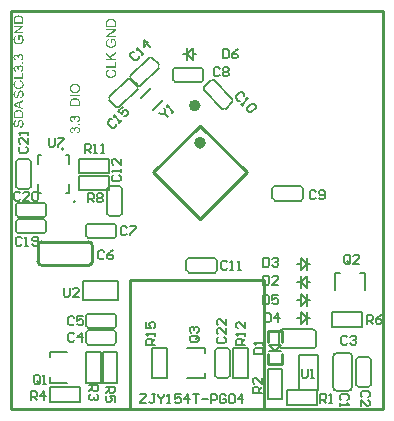
<source format=gbr>
%TF.GenerationSoftware,Altium Limited,Altium Designer,20.0.13 (296)*%
G04 Layer_Color=65535*
%FSLAX25Y25*%
%MOIN*%
%TF.FileFunction,Legend,Top*%
%TF.Part,Single*%
G01*
G75*
%TA.AperFunction,NonConductor*%
%ADD70C,0.01000*%
%ADD71C,0.00600*%
%ADD73C,0.00787*%
%ADD74C,0.00500*%
%ADD106C,0.01968*%
%ADD107C,0.02000*%
%ADD108C,0.00591*%
%ADD109C,0.00800*%
%ADD110C,0.00700*%
G36*
X22899Y115076D02*
X22941Y115072D01*
X22991Y115069D01*
X23048Y115061D01*
X23112Y115054D01*
X23179Y115044D01*
X23250Y115030D01*
X23325Y115015D01*
X23400Y114994D01*
X23478Y114969D01*
X23552Y114944D01*
X23630Y114912D01*
X23705Y114877D01*
X23708Y114873D01*
X23722Y114866D01*
X23744Y114856D01*
X23769Y114841D01*
X23801Y114820D01*
X23840Y114795D01*
X23882Y114763D01*
X23928Y114731D01*
X23975Y114692D01*
X24024Y114650D01*
X24074Y114600D01*
X24124Y114550D01*
X24170Y114497D01*
X24216Y114437D01*
X24262Y114373D01*
X24301Y114305D01*
X24305Y114302D01*
X24308Y114288D01*
X24319Y114270D01*
X24333Y114241D01*
X24347Y114206D01*
X24365Y114167D01*
X24383Y114121D01*
X24401Y114067D01*
X24418Y114011D01*
X24436Y113950D01*
X24454Y113883D01*
X24468Y113815D01*
X24493Y113666D01*
X24496Y113588D01*
X24500Y113510D01*
Y113464D01*
X24496Y113432D01*
X24493Y113393D01*
X24489Y113343D01*
X24482Y113294D01*
X24472Y113233D01*
X24461Y113173D01*
X24447Y113105D01*
X24429Y113038D01*
X24408Y112967D01*
X24383Y112896D01*
X24351Y112825D01*
X24319Y112754D01*
X24280Y112683D01*
X24276Y112679D01*
X24269Y112669D01*
X24255Y112647D01*
X24237Y112623D01*
X24216Y112594D01*
X24188Y112559D01*
X24156Y112520D01*
X24120Y112477D01*
X24078Y112431D01*
X24031Y112388D01*
X23982Y112342D01*
X23928Y112296D01*
X23868Y112250D01*
X23808Y112207D01*
X23740Y112168D01*
X23669Y112129D01*
X23666Y112126D01*
X23652Y112122D01*
X23630Y112111D01*
X23602Y112101D01*
X23566Y112087D01*
X23524Y112072D01*
X23478Y112055D01*
X23421Y112037D01*
X23364Y112019D01*
X23300Y112001D01*
X23233Y111987D01*
X23162Y111973D01*
X23012Y111952D01*
X22931Y111948D01*
X22853Y111945D01*
X22849D01*
X22842D01*
X22831D01*
X22817D01*
X22796Y111948D01*
X22775D01*
X22718Y111952D01*
X22650Y111959D01*
X22569Y111969D01*
X22484Y111980D01*
X22388Y111998D01*
X22285Y112023D01*
X22182Y112051D01*
X22075Y112087D01*
X21969Y112129D01*
X21862Y112179D01*
X21763Y112236D01*
X21664Y112303D01*
X21575Y112381D01*
X21571Y112385D01*
X21553Y112402D01*
X21532Y112427D01*
X21504Y112459D01*
X21468Y112505D01*
X21429Y112555D01*
X21387Y112616D01*
X21344Y112687D01*
X21301Y112765D01*
X21259Y112850D01*
X21220Y112942D01*
X21184Y113045D01*
X21156Y113152D01*
X21135Y113265D01*
X21117Y113386D01*
X21113Y113514D01*
Y113556D01*
X21117Y113588D01*
X21120Y113631D01*
X21124Y113677D01*
X21131Y113727D01*
X21142Y113784D01*
X21152Y113847D01*
X21167Y113911D01*
X21184Y113979D01*
X21206Y114050D01*
X21230Y114121D01*
X21259Y114192D01*
X21291Y114259D01*
X21330Y114330D01*
X21333Y114334D01*
X21340Y114348D01*
X21351Y114366D01*
X21369Y114391D01*
X21390Y114423D01*
X21419Y114454D01*
X21451Y114494D01*
X21486Y114536D01*
X21529Y114582D01*
X21575Y114628D01*
X21624Y114674D01*
X21678Y114721D01*
X21734Y114763D01*
X21798Y114809D01*
X21866Y114848D01*
X21937Y114887D01*
X21940Y114891D01*
X21955Y114895D01*
X21976Y114905D01*
X22004Y114916D01*
X22040Y114934D01*
X22086Y114948D01*
X22136Y114966D01*
X22193Y114983D01*
X22253Y115001D01*
X22320Y115019D01*
X22395Y115037D01*
X22469Y115051D01*
X22551Y115061D01*
X22636Y115072D01*
X22721Y115076D01*
X22814Y115079D01*
X22821D01*
X22835D01*
X22863D01*
X22899Y115076D01*
D02*
G37*
G36*
X24447Y110880D02*
X21170D01*
Y111313D01*
X24447D01*
Y110880D01*
D02*
G37*
G36*
X22888Y110205D02*
X22927D01*
X22970Y110202D01*
X23016Y110198D01*
X23119Y110187D01*
X23229Y110170D01*
X23343Y110148D01*
X23456Y110120D01*
X23460D01*
X23471Y110116D01*
X23485Y110109D01*
X23502Y110106D01*
X23527Y110095D01*
X23556Y110084D01*
X23623Y110059D01*
X23698Y110028D01*
X23779Y109988D01*
X23857Y109946D01*
X23932Y109896D01*
X23935D01*
X23939Y109889D01*
X23950Y109882D01*
X23964Y109871D01*
X23996Y109846D01*
X24038Y109808D01*
X24088Y109765D01*
X24138Y109715D01*
X24184Y109658D01*
X24230Y109598D01*
Y109595D01*
X24234Y109591D01*
X24248Y109570D01*
X24266Y109534D01*
X24291Y109488D01*
X24315Y109431D01*
X24344Y109364D01*
X24369Y109286D01*
X24394Y109204D01*
Y109200D01*
X24397Y109193D01*
Y109183D01*
X24401Y109165D01*
X24404Y109144D01*
X24411Y109115D01*
X24415Y109087D01*
X24418Y109055D01*
X24429Y108977D01*
X24440Y108888D01*
X24443Y108789D01*
X24447Y108682D01*
Y107500D01*
X21170D01*
Y108721D01*
X21174Y108757D01*
Y108799D01*
X21177Y108842D01*
X21181Y108938D01*
X21191Y109034D01*
X21202Y109129D01*
X21213Y109172D01*
X21220Y109211D01*
Y109215D01*
X21223Y109225D01*
X21227Y109239D01*
X21234Y109257D01*
X21241Y109282D01*
X21248Y109310D01*
X21273Y109378D01*
X21305Y109452D01*
X21344Y109531D01*
X21394Y109612D01*
X21454Y109690D01*
X21458Y109694D01*
X21465Y109701D01*
X21475Y109715D01*
X21493Y109733D01*
X21514Y109754D01*
X21543Y109779D01*
X21571Y109808D01*
X21607Y109836D01*
X21646Y109868D01*
X21688Y109900D01*
X21734Y109932D01*
X21784Y109964D01*
X21894Y110024D01*
X22015Y110077D01*
X22018D01*
X22029Y110084D01*
X22050Y110088D01*
X22075Y110099D01*
X22107Y110109D01*
X22146Y110120D01*
X22189Y110131D01*
X22239Y110145D01*
X22295Y110155D01*
X22356Y110166D01*
X22420Y110177D01*
X22487Y110187D01*
X22558Y110198D01*
X22633Y110202D01*
X22792Y110209D01*
X22796D01*
X22810D01*
X22828D01*
X22856D01*
X22888Y110205D01*
D02*
G37*
G36*
X36447Y125090D02*
X34792Y123926D01*
X35311Y123390D01*
X36447D01*
Y122957D01*
X33170D01*
Y123390D01*
X34792D01*
X33170Y125016D01*
Y125605D01*
X34498Y124231D01*
X36447Y125665D01*
Y125090D01*
D02*
G37*
G36*
Y120412D02*
X33170D01*
Y120845D01*
X36060D01*
Y122460D01*
X36447D01*
Y120412D01*
D02*
G37*
G36*
X35431Y119890D02*
X35456Y119883D01*
X35495Y119868D01*
X35538Y119854D01*
X35591Y119833D01*
X35648Y119812D01*
X35708Y119783D01*
X35776Y119751D01*
X35840Y119716D01*
X35911Y119677D01*
X35978Y119631D01*
X36042Y119581D01*
X36106Y119528D01*
X36166Y119467D01*
X36223Y119403D01*
X36227Y119400D01*
X36234Y119386D01*
X36248Y119368D01*
X36266Y119339D01*
X36287Y119307D01*
X36312Y119265D01*
X36337Y119219D01*
X36362Y119162D01*
X36386Y119102D01*
X36411Y119038D01*
X36436Y118967D01*
X36457Y118889D01*
X36475Y118807D01*
X36489Y118722D01*
X36496Y118633D01*
X36500Y118537D01*
Y118487D01*
X36496Y118448D01*
X36493Y118406D01*
X36489Y118352D01*
X36482Y118296D01*
X36472Y118232D01*
X36461Y118164D01*
X36447Y118093D01*
X36429Y118022D01*
X36411Y117951D01*
X36386Y117877D01*
X36358Y117806D01*
X36326Y117738D01*
X36287Y117675D01*
X36283Y117671D01*
X36276Y117660D01*
X36266Y117642D01*
X36248Y117621D01*
X36223Y117593D01*
X36198Y117561D01*
X36166Y117525D01*
X36127Y117486D01*
X36085Y117447D01*
X36039Y117405D01*
X35989Y117366D01*
X35932Y117323D01*
X35872Y117280D01*
X35808Y117241D01*
X35737Y117206D01*
X35662Y117170D01*
X35659Y117167D01*
X35644Y117163D01*
X35620Y117156D01*
X35591Y117146D01*
X35552Y117131D01*
X35509Y117117D01*
X35456Y117103D01*
X35399Y117085D01*
X35336Y117071D01*
X35268Y117053D01*
X35197Y117039D01*
X35119Y117028D01*
X34956Y117007D01*
X34870Y117004D01*
X34785Y117000D01*
X34778D01*
X34764D01*
X34736D01*
X34700Y117004D01*
X34654Y117007D01*
X34601Y117011D01*
X34544Y117018D01*
X34480Y117025D01*
X34413Y117035D01*
X34342Y117046D01*
X34189Y117082D01*
X34114Y117106D01*
X34040Y117131D01*
X33962Y117160D01*
X33891Y117195D01*
X33887Y117199D01*
X33873Y117206D01*
X33855Y117217D01*
X33827Y117231D01*
X33795Y117252D01*
X33759Y117277D01*
X33720Y117305D01*
X33674Y117337D01*
X33632Y117376D01*
X33582Y117415D01*
X33536Y117462D01*
X33486Y117511D01*
X33440Y117564D01*
X33394Y117621D01*
X33351Y117685D01*
X33312Y117749D01*
X33309Y117753D01*
X33305Y117767D01*
X33294Y117785D01*
X33280Y117813D01*
X33266Y117845D01*
X33248Y117887D01*
X33230Y117934D01*
X33213Y117983D01*
X33195Y118040D01*
X33177Y118104D01*
X33159Y118168D01*
X33145Y118239D01*
X33120Y118385D01*
X33117Y118463D01*
X33113Y118544D01*
Y118590D01*
X33117Y118626D01*
X33120Y118668D01*
X33127Y118718D01*
X33135Y118771D01*
X33145Y118832D01*
X33159Y118896D01*
X33174Y118963D01*
X33195Y119031D01*
X33220Y119102D01*
X33248Y119173D01*
X33284Y119240D01*
X33319Y119307D01*
X33365Y119371D01*
X33369Y119375D01*
X33376Y119386D01*
X33390Y119403D01*
X33411Y119425D01*
X33436Y119453D01*
X33468Y119485D01*
X33504Y119517D01*
X33546Y119556D01*
X33593Y119595D01*
X33646Y119634D01*
X33703Y119673D01*
X33766Y119709D01*
X33834Y119748D01*
X33909Y119780D01*
X33987Y119812D01*
X34068Y119840D01*
X34168Y119414D01*
X34164D01*
X34153Y119407D01*
X34132Y119403D01*
X34107Y119393D01*
X34079Y119382D01*
X34047Y119364D01*
X33969Y119329D01*
X33884Y119283D01*
X33795Y119222D01*
X33713Y119158D01*
X33678Y119119D01*
X33646Y119080D01*
X33642Y119077D01*
X33639Y119070D01*
X33632Y119059D01*
X33621Y119041D01*
X33607Y119020D01*
X33593Y118995D01*
X33578Y118967D01*
X33564Y118931D01*
X33550Y118892D01*
X33536Y118853D01*
X33507Y118761D01*
X33490Y118654D01*
X33483Y118597D01*
Y118502D01*
X33486Y118473D01*
X33490Y118441D01*
X33493Y118402D01*
X33497Y118360D01*
X33504Y118317D01*
X33529Y118214D01*
X33561Y118108D01*
X33582Y118054D01*
X33607Y118001D01*
X33635Y117951D01*
X33667Y117902D01*
X33671Y117898D01*
X33674Y117891D01*
X33685Y117877D01*
X33699Y117859D01*
X33717Y117841D01*
X33742Y117816D01*
X33766Y117792D01*
X33795Y117763D01*
X33830Y117735D01*
X33866Y117703D01*
X33948Y117646D01*
X34043Y117593D01*
X34153Y117547D01*
X34157D01*
X34168Y117543D01*
X34185Y117536D01*
X34207Y117533D01*
X34235Y117525D01*
X34267Y117515D01*
X34306Y117508D01*
X34345Y117497D01*
X34391Y117486D01*
X34441Y117479D01*
X34547Y117462D01*
X34661Y117451D01*
X34782Y117447D01*
X34785D01*
X34800D01*
X34821D01*
X34853Y117451D01*
X34888D01*
X34931Y117454D01*
X34977Y117458D01*
X35030Y117462D01*
X35087Y117469D01*
X35144Y117476D01*
X35268Y117497D01*
X35392Y117529D01*
X35513Y117568D01*
X35517D01*
X35527Y117575D01*
X35541Y117582D01*
X35563Y117589D01*
X35591Y117604D01*
X35620Y117621D01*
X35687Y117660D01*
X35765Y117713D01*
X35840Y117777D01*
X35914Y117856D01*
X35946Y117898D01*
X35978Y117944D01*
Y117948D01*
X35985Y117955D01*
X35992Y117969D01*
X36003Y117990D01*
X36014Y118015D01*
X36028Y118044D01*
X36039Y118076D01*
X36053Y118111D01*
X36081Y118193D01*
X36106Y118289D01*
X36124Y118392D01*
X36127Y118445D01*
X36131Y118502D01*
Y118537D01*
X36127Y118562D01*
X36124Y118594D01*
X36120Y118629D01*
X36113Y118672D01*
X36106Y118715D01*
X36081Y118814D01*
X36063Y118864D01*
X36042Y118917D01*
X36017Y118970D01*
X35989Y119020D01*
X35957Y119070D01*
X35921Y119119D01*
X35918Y119123D01*
X35911Y119130D01*
X35900Y119144D01*
X35882Y119162D01*
X35861Y119180D01*
X35833Y119204D01*
X35801Y119229D01*
X35765Y119258D01*
X35723Y119286D01*
X35676Y119315D01*
X35627Y119343D01*
X35570Y119371D01*
X35509Y119396D01*
X35442Y119421D01*
X35371Y119446D01*
X35296Y119464D01*
X35407Y119897D01*
X35414D01*
X35431Y119890D01*
D02*
G37*
G36*
X34888Y136677D02*
X34927D01*
X34970Y136674D01*
X35016Y136670D01*
X35119Y136660D01*
X35229Y136642D01*
X35343Y136620D01*
X35456Y136592D01*
X35460D01*
X35471Y136589D01*
X35485Y136581D01*
X35502Y136578D01*
X35527Y136567D01*
X35556Y136557D01*
X35623Y136532D01*
X35698Y136500D01*
X35779Y136461D01*
X35857Y136418D01*
X35932Y136368D01*
X35936D01*
X35939Y136361D01*
X35950Y136354D01*
X35964Y136344D01*
X35996Y136319D01*
X36039Y136280D01*
X36088Y136237D01*
X36138Y136187D01*
X36184Y136131D01*
X36230Y136070D01*
Y136067D01*
X36234Y136063D01*
X36248Y136042D01*
X36266Y136006D01*
X36290Y135960D01*
X36315Y135903D01*
X36344Y135836D01*
X36369Y135758D01*
X36393Y135676D01*
Y135673D01*
X36397Y135666D01*
Y135655D01*
X36401Y135637D01*
X36404Y135616D01*
X36411Y135587D01*
X36415Y135559D01*
X36418Y135527D01*
X36429Y135449D01*
X36440Y135360D01*
X36443Y135261D01*
X36447Y135154D01*
Y133972D01*
X33170D01*
Y135193D01*
X33174Y135229D01*
Y135272D01*
X33177Y135314D01*
X33181Y135410D01*
X33191Y135506D01*
X33202Y135602D01*
X33213Y135644D01*
X33220Y135683D01*
Y135687D01*
X33223Y135697D01*
X33227Y135712D01*
X33234Y135729D01*
X33241Y135754D01*
X33248Y135783D01*
X33273Y135850D01*
X33305Y135925D01*
X33344Y136003D01*
X33394Y136084D01*
X33454Y136162D01*
X33458Y136166D01*
X33465Y136173D01*
X33475Y136187D01*
X33493Y136205D01*
X33514Y136226D01*
X33543Y136251D01*
X33571Y136280D01*
X33607Y136308D01*
X33646Y136340D01*
X33688Y136372D01*
X33735Y136404D01*
X33784Y136436D01*
X33894Y136496D01*
X34015Y136549D01*
X34018D01*
X34029Y136557D01*
X34051Y136560D01*
X34075Y136571D01*
X34107Y136581D01*
X34146Y136592D01*
X34189Y136603D01*
X34239Y136617D01*
X34295Y136628D01*
X34356Y136638D01*
X34420Y136649D01*
X34487Y136660D01*
X34558Y136670D01*
X34633Y136674D01*
X34792Y136681D01*
X34796D01*
X34810D01*
X34828D01*
X34856D01*
X34888Y136677D01*
D02*
G37*
G36*
X36447Y132797D02*
X33876Y131079D01*
X36447D01*
Y130664D01*
X33170D01*
Y131107D01*
X35744Y132829D01*
X33170D01*
Y133244D01*
X36447D01*
Y132797D01*
D02*
G37*
G36*
X35996Y130025D02*
X36003Y130014D01*
X36017Y129996D01*
X36035Y129971D01*
X36056Y129943D01*
X36077Y129907D01*
X36106Y129868D01*
X36134Y129826D01*
X36163Y129780D01*
X36195Y129726D01*
X36259Y129616D01*
X36319Y129496D01*
X36372Y129368D01*
Y129364D01*
X36379Y129354D01*
X36383Y129336D01*
X36393Y129307D01*
X36401Y129279D01*
X36411Y129240D01*
X36425Y129201D01*
X36436Y129155D01*
X36447Y129102D01*
X36461Y129048D01*
X36479Y128931D01*
X36493Y128803D01*
X36500Y128672D01*
Y128626D01*
X36496Y128590D01*
X36493Y128548D01*
X36489Y128498D01*
X36482Y128441D01*
X36475Y128381D01*
X36465Y128317D01*
X36450Y128246D01*
X36432Y128175D01*
X36411Y128097D01*
X36390Y128022D01*
X36362Y127948D01*
X36330Y127870D01*
X36294Y127795D01*
X36290Y127792D01*
X36283Y127777D01*
X36273Y127756D01*
X36255Y127731D01*
X36234Y127699D01*
X36209Y127660D01*
X36177Y127618D01*
X36141Y127571D01*
X36102Y127525D01*
X36056Y127476D01*
X36010Y127426D01*
X35957Y127376D01*
X35897Y127330D01*
X35836Y127284D01*
X35769Y127238D01*
X35698Y127199D01*
X35694Y127195D01*
X35680Y127192D01*
X35659Y127181D01*
X35630Y127167D01*
X35591Y127153D01*
X35549Y127135D01*
X35499Y127117D01*
X35442Y127099D01*
X35382Y127082D01*
X35314Y127064D01*
X35240Y127046D01*
X35165Y127032D01*
X35083Y127018D01*
X35002Y127007D01*
X34913Y127004D01*
X34824Y127000D01*
X34817D01*
X34803D01*
X34778D01*
X34743Y127004D01*
X34700Y127007D01*
X34650Y127011D01*
X34594Y127018D01*
X34533Y127025D01*
X34466Y127035D01*
X34395Y127050D01*
X34246Y127085D01*
X34168Y127106D01*
X34089Y127135D01*
X34011Y127163D01*
X33933Y127199D01*
X33930Y127202D01*
X33916Y127209D01*
X33894Y127220D01*
X33866Y127234D01*
X33830Y127256D01*
X33791Y127280D01*
X33749Y127312D01*
X33699Y127344D01*
X33649Y127383D01*
X33600Y127426D01*
X33550Y127472D01*
X33497Y127525D01*
X33447Y127579D01*
X33401Y127639D01*
X33355Y127703D01*
X33316Y127770D01*
X33312Y127774D01*
X33309Y127788D01*
X33298Y127809D01*
X33284Y127838D01*
X33270Y127873D01*
X33252Y127916D01*
X33234Y127966D01*
X33213Y128019D01*
X33195Y128079D01*
X33177Y128147D01*
X33159Y128218D01*
X33145Y128296D01*
X33131Y128374D01*
X33120Y128459D01*
X33117Y128548D01*
X33113Y128637D01*
Y128697D01*
X33117Y128729D01*
X33120Y128764D01*
X33124Y128803D01*
X33127Y128849D01*
X33142Y128949D01*
X33163Y129059D01*
X33191Y129169D01*
X33230Y129279D01*
Y129283D01*
X33234Y129293D01*
X33241Y129307D01*
X33252Y129325D01*
X33262Y129350D01*
X33277Y129378D01*
X33312Y129442D01*
X33358Y129517D01*
X33411Y129592D01*
X33475Y129663D01*
X33550Y129730D01*
X33553Y129734D01*
X33561Y129737D01*
X33571Y129744D01*
X33585Y129758D01*
X33607Y129769D01*
X33632Y129787D01*
X33660Y129805D01*
X33696Y129822D01*
X33731Y129843D01*
X33770Y129861D01*
X33816Y129883D01*
X33862Y129904D01*
X33969Y129943D01*
X34086Y129978D01*
X34192Y129584D01*
X34189D01*
X34182Y129581D01*
X34168Y129577D01*
X34150Y129570D01*
X34132Y129563D01*
X34107Y129556D01*
X34051Y129535D01*
X33987Y129506D01*
X33923Y129474D01*
X33859Y129439D01*
X33802Y129400D01*
X33795Y129396D01*
X33777Y129378D01*
X33752Y129354D01*
X33717Y129322D01*
X33681Y129276D01*
X33642Y129222D01*
X33607Y129158D01*
X33571Y129087D01*
Y129084D01*
X33568Y129077D01*
X33564Y129066D01*
X33557Y129052D01*
X33550Y129034D01*
X33543Y129009D01*
X33525Y128956D01*
X33511Y128889D01*
X33497Y128814D01*
X33486Y128729D01*
X33483Y128640D01*
Y128590D01*
X33486Y128566D01*
Y128534D01*
X33490Y128502D01*
X33493Y128463D01*
X33504Y128384D01*
X33522Y128296D01*
X33543Y128210D01*
X33575Y128125D01*
Y128122D01*
X33578Y128115D01*
X33585Y128104D01*
X33593Y128090D01*
X33610Y128051D01*
X33639Y128001D01*
X33674Y127944D01*
X33717Y127887D01*
X33763Y127827D01*
X33816Y127774D01*
X33823Y127767D01*
X33841Y127753D01*
X33873Y127728D01*
X33912Y127699D01*
X33958Y127667D01*
X34015Y127632D01*
X34075Y127600D01*
X34139Y127571D01*
X34143D01*
X34153Y127568D01*
X34168Y127561D01*
X34192Y127554D01*
X34221Y127543D01*
X34253Y127532D01*
X34292Y127522D01*
X34334Y127511D01*
X34381Y127497D01*
X34434Y127486D01*
X34544Y127469D01*
X34668Y127454D01*
X34800Y127447D01*
X34803D01*
X34817D01*
X34842D01*
X34870Y127451D01*
X34910D01*
X34952Y127454D01*
X35002Y127462D01*
X35055Y127465D01*
X35172Y127483D01*
X35293Y127511D01*
X35417Y127547D01*
X35534Y127596D01*
X35538Y127600D01*
X35549Y127603D01*
X35563Y127611D01*
X35584Y127625D01*
X35605Y127639D01*
X35634Y127660D01*
X35698Y127706D01*
X35769Y127770D01*
X35843Y127845D01*
X35911Y127930D01*
X35943Y127980D01*
X35971Y128033D01*
Y128037D01*
X35978Y128047D01*
X35985Y128061D01*
X35992Y128083D01*
X36003Y128111D01*
X36017Y128143D01*
X36028Y128179D01*
X36042Y128218D01*
X36056Y128260D01*
X36067Y128310D01*
X36092Y128413D01*
X36106Y128526D01*
X36113Y128647D01*
Y128676D01*
X36110Y128697D01*
Y128722D01*
X36106Y128750D01*
X36102Y128782D01*
X36099Y128821D01*
X36088Y128903D01*
X36067Y128995D01*
X36042Y129095D01*
X36007Y129194D01*
Y129197D01*
X36003Y129204D01*
X35996Y129219D01*
X35989Y129240D01*
X35978Y129261D01*
X35964Y129286D01*
X35936Y129347D01*
X35900Y129414D01*
X35861Y129481D01*
X35822Y129545D01*
X35776Y129602D01*
X35162D01*
Y128640D01*
X34775D01*
Y130028D01*
X35992D01*
X35996Y130025D01*
D02*
G37*
G36*
X23520Y104457D02*
X23549D01*
X23588Y104450D01*
X23630Y104443D01*
X23676Y104436D01*
X23730Y104421D01*
X23786Y104404D01*
X23843Y104382D01*
X23904Y104358D01*
X23964Y104325D01*
X24028Y104290D01*
X24088Y104247D01*
X24149Y104201D01*
X24205Y104145D01*
X24209Y104141D01*
X24220Y104130D01*
X24234Y104113D01*
X24251Y104088D01*
X24273Y104059D01*
X24298Y104020D01*
X24326Y103978D01*
X24351Y103928D01*
X24379Y103875D01*
X24408Y103814D01*
X24433Y103751D01*
X24454Y103679D01*
X24472Y103605D01*
X24486Y103527D01*
X24496Y103445D01*
X24500Y103356D01*
Y103339D01*
X24496Y103314D01*
Y103285D01*
X24493Y103246D01*
X24486Y103204D01*
X24479Y103158D01*
X24468Y103104D01*
X24454Y103048D01*
X24436Y102991D01*
X24418Y102930D01*
X24394Y102870D01*
X24362Y102810D01*
X24330Y102753D01*
X24291Y102693D01*
X24244Y102639D01*
X24241Y102636D01*
X24234Y102629D01*
X24220Y102614D01*
X24198Y102593D01*
X24173Y102572D01*
X24141Y102547D01*
X24106Y102522D01*
X24063Y102494D01*
X24021Y102465D01*
X23968Y102437D01*
X23914Y102409D01*
X23854Y102384D01*
X23790Y102362D01*
X23723Y102341D01*
X23652Y102327D01*
X23577Y102316D01*
X23524Y102717D01*
X23527D01*
X23538Y102721D01*
X23556Y102725D01*
X23581Y102732D01*
X23609Y102739D01*
X23641Y102746D01*
X23716Y102771D01*
X23797Y102803D01*
X23879Y102842D01*
X23953Y102891D01*
X23985Y102920D01*
X24017Y102948D01*
Y102952D01*
X24024Y102955D01*
X24031Y102966D01*
X24042Y102977D01*
X24063Y103012D01*
X24092Y103062D01*
X24120Y103122D01*
X24141Y103190D01*
X24159Y103271D01*
X24166Y103356D01*
Y103385D01*
X24163Y103406D01*
X24159Y103427D01*
X24156Y103459D01*
X24141Y103523D01*
X24120Y103601D01*
X24085Y103683D01*
X24060Y103722D01*
X24035Y103761D01*
X24006Y103800D01*
X23971Y103839D01*
X23968Y103843D01*
X23960Y103846D01*
X23950Y103857D01*
X23936Y103871D01*
X23918Y103885D01*
X23893Y103900D01*
X23868Y103917D01*
X23836Y103939D01*
X23765Y103974D01*
X23684Y104002D01*
X23588Y104027D01*
X23538Y104031D01*
X23485Y104034D01*
X23481D01*
X23474D01*
X23456D01*
X23439Y104031D01*
X23414Y104027D01*
X23389Y104024D01*
X23325Y104013D01*
X23250Y103988D01*
X23176Y103956D01*
X23137Y103935D01*
X23101Y103910D01*
X23066Y103882D01*
X23030Y103850D01*
X23027Y103846D01*
X23023Y103843D01*
X23012Y103832D01*
X23002Y103818D01*
X22988Y103800D01*
X22974Y103779D01*
X22938Y103726D01*
X22906Y103658D01*
X22878Y103580D01*
X22856Y103491D01*
X22853Y103442D01*
X22849Y103392D01*
Y103371D01*
X22853Y103346D01*
Y103314D01*
X22860Y103271D01*
X22867Y103225D01*
X22878Y103168D01*
X22892Y103108D01*
X22540Y103150D01*
Y103158D01*
X22544Y103175D01*
X22547Y103197D01*
Y103243D01*
X22544Y103261D01*
Y103285D01*
X22540Y103310D01*
X22530Y103371D01*
X22515Y103442D01*
X22491Y103520D01*
X22459Y103601D01*
X22413Y103679D01*
Y103683D01*
X22406Y103690D01*
X22398Y103697D01*
X22388Y103711D01*
X22356Y103747D01*
X22310Y103786D01*
X22253Y103822D01*
X22182Y103857D01*
X22143Y103871D01*
X22097Y103878D01*
X22050Y103885D01*
X22001Y103889D01*
X21997D01*
X21990D01*
X21980D01*
X21962Y103885D01*
X21923Y103882D01*
X21869Y103871D01*
X21813Y103853D01*
X21752Y103825D01*
X21688Y103786D01*
X21660Y103765D01*
X21632Y103736D01*
X21624Y103729D01*
X21610Y103708D01*
X21586Y103676D01*
X21557Y103633D01*
X21532Y103577D01*
X21507Y103509D01*
X21493Y103435D01*
X21486Y103349D01*
Y103328D01*
X21490Y103310D01*
Y103289D01*
X21493Y103268D01*
X21504Y103211D01*
X21521Y103150D01*
X21550Y103083D01*
X21586Y103019D01*
X21635Y102955D01*
X21642Y102948D01*
X21664Y102930D01*
X21696Y102902D01*
X21745Y102874D01*
X21805Y102838D01*
X21884Y102806D01*
X21972Y102778D01*
X22075Y102756D01*
X22004Y102355D01*
X22001D01*
X21987Y102359D01*
X21965Y102362D01*
X21937Y102369D01*
X21905Y102380D01*
X21866Y102391D01*
X21823Y102405D01*
X21777Y102423D01*
X21674Y102469D01*
X21624Y102494D01*
X21571Y102526D01*
X21521Y102561D01*
X21472Y102600D01*
X21422Y102643D01*
X21380Y102689D01*
X21376Y102693D01*
X21369Y102700D01*
X21358Y102717D01*
X21344Y102735D01*
X21326Y102764D01*
X21308Y102792D01*
X21287Y102827D01*
X21266Y102870D01*
X21248Y102913D01*
X21227Y102962D01*
X21209Y103016D01*
X21191Y103072D01*
X21177Y103136D01*
X21167Y103200D01*
X21159Y103268D01*
X21156Y103339D01*
Y103385D01*
X21159Y103410D01*
X21163Y103435D01*
X21170Y103502D01*
X21184Y103577D01*
X21206Y103662D01*
X21234Y103747D01*
X21273Y103832D01*
Y103836D01*
X21277Y103843D01*
X21284Y103853D01*
X21294Y103871D01*
X21319Y103910D01*
X21355Y103960D01*
X21401Y104017D01*
X21454Y104074D01*
X21514Y104130D01*
X21586Y104180D01*
X21589D01*
X21592Y104183D01*
X21607Y104191D01*
X21621Y104198D01*
X21639Y104208D01*
X21660Y104219D01*
X21713Y104240D01*
X21777Y104262D01*
X21848Y104283D01*
X21926Y104297D01*
X22008Y104301D01*
X22011D01*
X22018D01*
X22029D01*
X22043D01*
X22086Y104294D01*
X22136Y104287D01*
X22196Y104272D01*
X22260Y104251D01*
X22327Y104223D01*
X22395Y104183D01*
X22398D01*
X22402Y104180D01*
X22423Y104162D01*
X22455Y104137D01*
X22494Y104098D01*
X22540Y104052D01*
X22587Y103992D01*
X22629Y103924D01*
X22672Y103846D01*
Y103850D01*
X22675Y103860D01*
X22679Y103875D01*
X22686Y103896D01*
X22693Y103917D01*
X22704Y103946D01*
X22732Y104013D01*
X22771Y104084D01*
X22817Y104159D01*
X22878Y104233D01*
X22952Y104297D01*
X22956Y104301D01*
X22963Y104304D01*
X22974Y104311D01*
X22991Y104322D01*
X23009Y104336D01*
X23034Y104350D01*
X23062Y104365D01*
X23098Y104379D01*
X23133Y104393D01*
X23172Y104407D01*
X23261Y104436D01*
X23364Y104453D01*
X23421Y104460D01*
X23478D01*
X23481D01*
X23495D01*
X23520Y104457D01*
D02*
G37*
G36*
X24443Y101269D02*
X23985D01*
Y101727D01*
X24443D01*
Y101269D01*
D02*
G37*
G36*
X23520Y100641D02*
X23549D01*
X23588Y100634D01*
X23630Y100626D01*
X23676Y100619D01*
X23730Y100605D01*
X23786Y100587D01*
X23843Y100566D01*
X23904Y100541D01*
X23964Y100509D01*
X24028Y100474D01*
X24088Y100431D01*
X24149Y100385D01*
X24205Y100328D01*
X24209Y100325D01*
X24220Y100314D01*
X24234Y100296D01*
X24251Y100271D01*
X24273Y100243D01*
X24298Y100204D01*
X24326Y100161D01*
X24351Y100112D01*
X24379Y100058D01*
X24408Y99998D01*
X24433Y99934D01*
X24454Y99863D01*
X24472Y99789D01*
X24486Y99711D01*
X24496Y99629D01*
X24500Y99540D01*
Y99522D01*
X24496Y99498D01*
Y99469D01*
X24493Y99430D01*
X24486Y99388D01*
X24479Y99341D01*
X24468Y99288D01*
X24454Y99231D01*
X24436Y99174D01*
X24418Y99114D01*
X24394Y99054D01*
X24362Y98993D01*
X24330Y98937D01*
X24291Y98876D01*
X24244Y98823D01*
X24241Y98820D01*
X24234Y98812D01*
X24220Y98798D01*
X24198Y98777D01*
X24173Y98756D01*
X24141Y98731D01*
X24106Y98706D01*
X24063Y98677D01*
X24021Y98649D01*
X23968Y98621D01*
X23914Y98592D01*
X23854Y98567D01*
X23790Y98546D01*
X23723Y98525D01*
X23652Y98511D01*
X23577Y98500D01*
X23524Y98901D01*
X23527D01*
X23538Y98905D01*
X23556Y98908D01*
X23581Y98915D01*
X23609Y98922D01*
X23641Y98930D01*
X23716Y98954D01*
X23797Y98986D01*
X23879Y99025D01*
X23953Y99075D01*
X23985Y99103D01*
X24017Y99132D01*
Y99136D01*
X24024Y99139D01*
X24031Y99150D01*
X24042Y99160D01*
X24063Y99196D01*
X24092Y99246D01*
X24120Y99306D01*
X24141Y99373D01*
X24159Y99455D01*
X24166Y99540D01*
Y99569D01*
X24163Y99590D01*
X24159Y99611D01*
X24156Y99643D01*
X24141Y99707D01*
X24120Y99785D01*
X24085Y99867D01*
X24060Y99906D01*
X24035Y99945D01*
X24006Y99984D01*
X23971Y100023D01*
X23968Y100027D01*
X23960Y100030D01*
X23950Y100041D01*
X23936Y100055D01*
X23918Y100069D01*
X23893Y100083D01*
X23868Y100101D01*
X23836Y100122D01*
X23765Y100158D01*
X23684Y100186D01*
X23588Y100211D01*
X23538Y100215D01*
X23485Y100218D01*
X23481D01*
X23474D01*
X23456D01*
X23439Y100215D01*
X23414Y100211D01*
X23389Y100208D01*
X23325Y100197D01*
X23250Y100172D01*
X23176Y100140D01*
X23137Y100119D01*
X23101Y100094D01*
X23066Y100066D01*
X23030Y100034D01*
X23027Y100030D01*
X23023Y100027D01*
X23012Y100016D01*
X23002Y100002D01*
X22988Y99984D01*
X22974Y99963D01*
X22938Y99909D01*
X22906Y99842D01*
X22878Y99764D01*
X22856Y99675D01*
X22853Y99625D01*
X22849Y99576D01*
Y99554D01*
X22853Y99529D01*
Y99498D01*
X22860Y99455D01*
X22867Y99409D01*
X22878Y99352D01*
X22892Y99292D01*
X22540Y99334D01*
Y99341D01*
X22544Y99359D01*
X22547Y99380D01*
Y99427D01*
X22544Y99444D01*
Y99469D01*
X22540Y99494D01*
X22530Y99554D01*
X22515Y99625D01*
X22491Y99703D01*
X22459Y99785D01*
X22413Y99863D01*
Y99867D01*
X22406Y99874D01*
X22398Y99881D01*
X22388Y99895D01*
X22356Y99931D01*
X22310Y99970D01*
X22253Y100005D01*
X22182Y100041D01*
X22143Y100055D01*
X22097Y100062D01*
X22050Y100069D01*
X22001Y100073D01*
X21997D01*
X21990D01*
X21980D01*
X21962Y100069D01*
X21923Y100066D01*
X21869Y100055D01*
X21813Y100037D01*
X21752Y100009D01*
X21688Y99970D01*
X21660Y99948D01*
X21632Y99920D01*
X21624Y99913D01*
X21610Y99892D01*
X21586Y99860D01*
X21557Y99817D01*
X21532Y99760D01*
X21507Y99693D01*
X21493Y99618D01*
X21486Y99533D01*
Y99512D01*
X21490Y99494D01*
Y99473D01*
X21493Y99451D01*
X21504Y99395D01*
X21521Y99334D01*
X21550Y99267D01*
X21586Y99203D01*
X21635Y99139D01*
X21642Y99132D01*
X21664Y99114D01*
X21696Y99086D01*
X21745Y99057D01*
X21805Y99022D01*
X21884Y98990D01*
X21972Y98962D01*
X22075Y98940D01*
X22004Y98539D01*
X22001D01*
X21987Y98543D01*
X21965Y98546D01*
X21937Y98553D01*
X21905Y98564D01*
X21866Y98575D01*
X21823Y98589D01*
X21777Y98606D01*
X21674Y98653D01*
X21624Y98677D01*
X21571Y98709D01*
X21521Y98745D01*
X21472Y98784D01*
X21422Y98827D01*
X21380Y98873D01*
X21376Y98876D01*
X21369Y98883D01*
X21358Y98901D01*
X21344Y98919D01*
X21326Y98947D01*
X21308Y98976D01*
X21287Y99011D01*
X21266Y99054D01*
X21248Y99096D01*
X21227Y99146D01*
X21209Y99199D01*
X21191Y99256D01*
X21177Y99320D01*
X21167Y99384D01*
X21159Y99451D01*
X21156Y99522D01*
Y99569D01*
X21159Y99593D01*
X21163Y99618D01*
X21170Y99686D01*
X21184Y99760D01*
X21206Y99845D01*
X21234Y99931D01*
X21273Y100016D01*
Y100019D01*
X21277Y100027D01*
X21284Y100037D01*
X21294Y100055D01*
X21319Y100094D01*
X21355Y100144D01*
X21401Y100200D01*
X21454Y100257D01*
X21514Y100314D01*
X21586Y100364D01*
X21589D01*
X21592Y100367D01*
X21607Y100374D01*
X21621Y100382D01*
X21639Y100392D01*
X21660Y100403D01*
X21713Y100424D01*
X21777Y100445D01*
X21848Y100467D01*
X21926Y100481D01*
X22008Y100485D01*
X22011D01*
X22018D01*
X22029D01*
X22043D01*
X22086Y100477D01*
X22136Y100470D01*
X22196Y100456D01*
X22260Y100435D01*
X22327Y100406D01*
X22395Y100367D01*
X22398D01*
X22402Y100364D01*
X22423Y100346D01*
X22455Y100321D01*
X22494Y100282D01*
X22540Y100236D01*
X22587Y100176D01*
X22629Y100108D01*
X22672Y100030D01*
Y100034D01*
X22675Y100044D01*
X22679Y100058D01*
X22686Y100080D01*
X22693Y100101D01*
X22704Y100129D01*
X22732Y100197D01*
X22771Y100268D01*
X22817Y100342D01*
X22878Y100417D01*
X22952Y100481D01*
X22956Y100485D01*
X22963Y100488D01*
X22974Y100495D01*
X22991Y100506D01*
X23009Y100520D01*
X23034Y100534D01*
X23062Y100548D01*
X23098Y100563D01*
X23133Y100577D01*
X23172Y100591D01*
X23261Y100619D01*
X23364Y100637D01*
X23421Y100644D01*
X23478D01*
X23481D01*
X23495D01*
X23520Y100641D01*
D02*
G37*
G36*
X4082Y137837D02*
X4121D01*
X4163Y137833D01*
X4209Y137830D01*
X4312Y137819D01*
X4422Y137801D01*
X4536Y137780D01*
X4650Y137752D01*
X4653D01*
X4664Y137748D01*
X4678Y137741D01*
X4696Y137738D01*
X4721Y137727D01*
X4749Y137716D01*
X4817Y137691D01*
X4891Y137659D01*
X4973Y137620D01*
X5051Y137578D01*
X5125Y137528D01*
X5129D01*
X5132Y137521D01*
X5143Y137514D01*
X5157Y137503D01*
X5189Y137478D01*
X5232Y137439D01*
X5282Y137397D01*
X5331Y137347D01*
X5377Y137290D01*
X5424Y137230D01*
Y137226D01*
X5427Y137223D01*
X5441Y137201D01*
X5459Y137166D01*
X5484Y137120D01*
X5509Y137063D01*
X5537Y136995D01*
X5562Y136917D01*
X5587Y136836D01*
Y136832D01*
X5590Y136825D01*
Y136814D01*
X5594Y136797D01*
X5598Y136775D01*
X5605Y136747D01*
X5608Y136719D01*
X5612Y136687D01*
X5622Y136609D01*
X5633Y136520D01*
X5636Y136420D01*
X5640Y136314D01*
Y135132D01*
X2363D01*
Y136353D01*
X2367Y136389D01*
Y136431D01*
X2371Y136474D01*
X2374Y136569D01*
X2385Y136665D01*
X2395Y136761D01*
X2406Y136804D01*
X2413Y136843D01*
Y136846D01*
X2417Y136857D01*
X2420Y136871D01*
X2427Y136889D01*
X2434Y136914D01*
X2441Y136942D01*
X2466Y137010D01*
X2498Y137084D01*
X2537Y137162D01*
X2587Y137244D01*
X2647Y137322D01*
X2651Y137326D01*
X2658Y137333D01*
X2669Y137347D01*
X2686Y137365D01*
X2708Y137386D01*
X2736Y137411D01*
X2765Y137439D01*
X2800Y137468D01*
X2839Y137500D01*
X2882Y137532D01*
X2928Y137564D01*
X2978Y137595D01*
X3088Y137656D01*
X3208Y137709D01*
X3212D01*
X3223Y137716D01*
X3244Y137720D01*
X3269Y137730D01*
X3301Y137741D01*
X3340Y137752D01*
X3382Y137762D01*
X3432Y137777D01*
X3489Y137787D01*
X3549Y137798D01*
X3613Y137809D01*
X3681Y137819D01*
X3751Y137830D01*
X3826Y137833D01*
X3986Y137840D01*
X3989D01*
X4003D01*
X4021D01*
X4050D01*
X4082Y137837D01*
D02*
G37*
G36*
X5640Y133957D02*
X3070Y132238D01*
X5640D01*
Y131823D01*
X2363D01*
Y132267D01*
X4937Y133989D01*
X2363D01*
Y134404D01*
X5640D01*
Y133957D01*
D02*
G37*
G36*
X5189Y131184D02*
X5196Y131174D01*
X5210Y131156D01*
X5228Y131131D01*
X5250Y131103D01*
X5271Y131067D01*
X5299Y131028D01*
X5328Y130985D01*
X5356Y130939D01*
X5388Y130886D01*
X5452Y130776D01*
X5512Y130655D01*
X5565Y130527D01*
Y130524D01*
X5573Y130513D01*
X5576Y130496D01*
X5587Y130467D01*
X5594Y130439D01*
X5605Y130400D01*
X5619Y130361D01*
X5629Y130314D01*
X5640Y130261D01*
X5654Y130208D01*
X5672Y130091D01*
X5686Y129963D01*
X5693Y129832D01*
Y129786D01*
X5690Y129750D01*
X5686Y129707D01*
X5683Y129658D01*
X5676Y129601D01*
X5669Y129541D01*
X5658Y129477D01*
X5644Y129406D01*
X5626Y129335D01*
X5605Y129256D01*
X5583Y129182D01*
X5555Y129107D01*
X5523Y129029D01*
X5487Y128955D01*
X5484Y128951D01*
X5477Y128937D01*
X5466Y128916D01*
X5448Y128891D01*
X5427Y128859D01*
X5402Y128820D01*
X5370Y128777D01*
X5335Y128731D01*
X5296Y128685D01*
X5250Y128635D01*
X5203Y128586D01*
X5150Y128536D01*
X5090Y128490D01*
X5029Y128444D01*
X4962Y128397D01*
X4891Y128358D01*
X4888Y128355D01*
X4873Y128351D01*
X4852Y128341D01*
X4824Y128326D01*
X4784Y128312D01*
X4742Y128295D01*
X4692Y128277D01*
X4635Y128259D01*
X4575Y128241D01*
X4508Y128224D01*
X4433Y128206D01*
X4358Y128191D01*
X4277Y128177D01*
X4195Y128167D01*
X4106Y128163D01*
X4018Y128160D01*
X4011D01*
X3996D01*
X3972D01*
X3936Y128163D01*
X3893Y128167D01*
X3844Y128170D01*
X3787Y128177D01*
X3727Y128184D01*
X3659Y128195D01*
X3588Y128209D01*
X3439Y128245D01*
X3361Y128266D01*
X3283Y128295D01*
X3205Y128323D01*
X3127Y128358D01*
X3123Y128362D01*
X3109Y128369D01*
X3088Y128380D01*
X3059Y128394D01*
X3024Y128415D01*
X2985Y128440D01*
X2942Y128472D01*
X2892Y128504D01*
X2843Y128543D01*
X2793Y128586D01*
X2743Y128632D01*
X2690Y128685D01*
X2640Y128738D01*
X2594Y128799D01*
X2548Y128863D01*
X2509Y128930D01*
X2505Y128934D01*
X2502Y128948D01*
X2491Y128969D01*
X2477Y128997D01*
X2463Y129033D01*
X2445Y129076D01*
X2427Y129125D01*
X2406Y129178D01*
X2388Y129239D01*
X2371Y129306D01*
X2353Y129377D01*
X2339Y129455D01*
X2324Y129533D01*
X2314Y129619D01*
X2310Y129707D01*
X2307Y129796D01*
Y129857D01*
X2310Y129888D01*
X2314Y129924D01*
X2317Y129963D01*
X2321Y130009D01*
X2335Y130108D01*
X2356Y130219D01*
X2385Y130329D01*
X2424Y130439D01*
Y130442D01*
X2427Y130453D01*
X2434Y130467D01*
X2445Y130485D01*
X2456Y130510D01*
X2470Y130538D01*
X2505Y130602D01*
X2552Y130676D01*
X2605Y130751D01*
X2669Y130822D01*
X2743Y130889D01*
X2747Y130893D01*
X2754Y130897D01*
X2765Y130904D01*
X2779Y130918D01*
X2800Y130929D01*
X2825Y130946D01*
X2853Y130964D01*
X2889Y130982D01*
X2924Y131003D01*
X2963Y131021D01*
X3009Y131042D01*
X3056Y131063D01*
X3162Y131103D01*
X3279Y131138D01*
X3386Y130744D01*
X3382D01*
X3375Y130740D01*
X3361Y130737D01*
X3343Y130730D01*
X3325Y130723D01*
X3301Y130716D01*
X3244Y130694D01*
X3180Y130666D01*
X3116Y130634D01*
X3052Y130598D01*
X2995Y130559D01*
X2988Y130556D01*
X2970Y130538D01*
X2946Y130513D01*
X2910Y130481D01*
X2875Y130435D01*
X2836Y130382D01*
X2800Y130318D01*
X2765Y130247D01*
Y130243D01*
X2761Y130236D01*
X2757Y130226D01*
X2750Y130211D01*
X2743Y130194D01*
X2736Y130169D01*
X2718Y130116D01*
X2704Y130048D01*
X2690Y129974D01*
X2679Y129888D01*
X2676Y129800D01*
Y129750D01*
X2679Y129725D01*
Y129693D01*
X2683Y129661D01*
X2686Y129622D01*
X2697Y129544D01*
X2715Y129455D01*
X2736Y129370D01*
X2768Y129285D01*
Y129281D01*
X2772Y129274D01*
X2779Y129264D01*
X2786Y129249D01*
X2804Y129210D01*
X2832Y129161D01*
X2867Y129104D01*
X2910Y129047D01*
X2956Y128987D01*
X3009Y128934D01*
X3017Y128926D01*
X3034Y128912D01*
X3066Y128887D01*
X3105Y128859D01*
X3151Y128827D01*
X3208Y128791D01*
X3269Y128760D01*
X3333Y128731D01*
X3336D01*
X3347Y128728D01*
X3361Y128720D01*
X3386Y128713D01*
X3414Y128703D01*
X3446Y128692D01*
X3485Y128681D01*
X3528Y128671D01*
X3574Y128657D01*
X3627Y128646D01*
X3737Y128628D01*
X3861Y128614D01*
X3993Y128607D01*
X3996D01*
X4011D01*
X4036D01*
X4064Y128610D01*
X4103D01*
X4146Y128614D01*
X4195Y128621D01*
X4248Y128625D01*
X4366Y128642D01*
X4486Y128671D01*
X4611Y128706D01*
X4728Y128756D01*
X4731Y128760D01*
X4742Y128763D01*
X4756Y128770D01*
X4777Y128784D01*
X4799Y128799D01*
X4827Y128820D01*
X4891Y128866D01*
X4962Y128930D01*
X5037Y129005D01*
X5104Y129090D01*
X5136Y129139D01*
X5164Y129193D01*
Y129196D01*
X5172Y129207D01*
X5179Y129221D01*
X5186Y129242D01*
X5196Y129271D01*
X5210Y129303D01*
X5221Y129338D01*
X5235Y129377D01*
X5250Y129420D01*
X5260Y129470D01*
X5285Y129572D01*
X5299Y129686D01*
X5306Y129807D01*
Y129835D01*
X5303Y129857D01*
Y129881D01*
X5299Y129910D01*
X5296Y129942D01*
X5292Y129981D01*
X5282Y130062D01*
X5260Y130155D01*
X5235Y130254D01*
X5200Y130353D01*
Y130357D01*
X5196Y130364D01*
X5189Y130378D01*
X5182Y130400D01*
X5172Y130421D01*
X5157Y130446D01*
X5129Y130506D01*
X5093Y130574D01*
X5054Y130641D01*
X5015Y130705D01*
X4969Y130762D01*
X4355D01*
Y129800D01*
X3968D01*
Y131188D01*
X5186D01*
X5189Y131184D01*
D02*
G37*
G36*
X4671Y124977D02*
X4699D01*
X4738Y124970D01*
X4781Y124962D01*
X4827Y124955D01*
X4880Y124941D01*
X4937Y124923D01*
X4994Y124902D01*
X5054Y124877D01*
X5115Y124845D01*
X5179Y124810D01*
X5239Y124767D01*
X5299Y124721D01*
X5356Y124664D01*
X5360Y124661D01*
X5370Y124650D01*
X5384Y124632D01*
X5402Y124608D01*
X5424Y124579D01*
X5448Y124540D01*
X5477Y124497D01*
X5502Y124448D01*
X5530Y124395D01*
X5559Y124334D01*
X5583Y124270D01*
X5605Y124199D01*
X5622Y124125D01*
X5637Y124047D01*
X5647Y123965D01*
X5651Y123876D01*
Y123858D01*
X5647Y123834D01*
Y123805D01*
X5644Y123766D01*
X5637Y123723D01*
X5630Y123677D01*
X5619Y123624D01*
X5605Y123567D01*
X5587Y123511D01*
X5569Y123450D01*
X5544Y123390D01*
X5512Y123329D01*
X5480Y123273D01*
X5441Y123212D01*
X5395Y123159D01*
X5392Y123155D01*
X5384Y123148D01*
X5370Y123134D01*
X5349Y123113D01*
X5324Y123092D01*
X5292Y123067D01*
X5257Y123042D01*
X5214Y123013D01*
X5172Y122985D01*
X5118Y122957D01*
X5065Y122928D01*
X5005Y122904D01*
X4941Y122882D01*
X4873Y122861D01*
X4802Y122847D01*
X4728Y122836D01*
X4674Y123237D01*
X4678D01*
X4689Y123241D01*
X4707Y123244D01*
X4731Y123251D01*
X4760Y123258D01*
X4792Y123266D01*
X4866Y123290D01*
X4948Y123322D01*
X5029Y123361D01*
X5104Y123411D01*
X5136Y123440D01*
X5168Y123468D01*
Y123471D01*
X5175Y123475D01*
X5182Y123486D01*
X5193Y123496D01*
X5214Y123532D01*
X5243Y123582D01*
X5271Y123642D01*
X5292Y123709D01*
X5310Y123791D01*
X5317Y123876D01*
Y123905D01*
X5314Y123926D01*
X5310Y123947D01*
X5306Y123979D01*
X5292Y124043D01*
X5271Y124121D01*
X5235Y124203D01*
X5211Y124242D01*
X5186Y124281D01*
X5157Y124320D01*
X5122Y124359D01*
X5118Y124363D01*
X5111Y124366D01*
X5100Y124377D01*
X5086Y124391D01*
X5069Y124405D01*
X5044Y124419D01*
X5019Y124437D01*
X4987Y124458D01*
X4916Y124494D01*
X4834Y124522D01*
X4738Y124547D01*
X4689Y124551D01*
X4636Y124554D01*
X4632D01*
X4625D01*
X4607D01*
X4589Y124551D01*
X4564Y124547D01*
X4540Y124544D01*
X4476Y124533D01*
X4401Y124508D01*
X4327Y124476D01*
X4288Y124455D01*
X4252Y124430D01*
X4217Y124402D01*
X4181Y124370D01*
X4177Y124366D01*
X4174Y124363D01*
X4163Y124352D01*
X4153Y124338D01*
X4138Y124320D01*
X4124Y124299D01*
X4089Y124245D01*
X4057Y124178D01*
X4028Y124100D01*
X4007Y124011D01*
X4004Y123961D01*
X4000Y123912D01*
Y123890D01*
X4004Y123865D01*
Y123834D01*
X4011Y123791D01*
X4018Y123745D01*
X4028Y123688D01*
X4043Y123628D01*
X3691Y123670D01*
Y123677D01*
X3695Y123695D01*
X3698Y123716D01*
Y123763D01*
X3695Y123780D01*
Y123805D01*
X3691Y123830D01*
X3681Y123890D01*
X3666Y123961D01*
X3641Y124039D01*
X3610Y124121D01*
X3563Y124199D01*
Y124203D01*
X3556Y124210D01*
X3549Y124217D01*
X3539Y124231D01*
X3507Y124267D01*
X3460Y124306D01*
X3404Y124341D01*
X3333Y124377D01*
X3294Y124391D01*
X3247Y124398D01*
X3201Y124405D01*
X3152Y124409D01*
X3148D01*
X3141D01*
X3130D01*
X3112Y124405D01*
X3073Y124402D01*
X3020Y124391D01*
X2963Y124373D01*
X2903Y124345D01*
X2839Y124306D01*
X2811Y124284D01*
X2782Y124256D01*
X2775Y124249D01*
X2761Y124228D01*
X2736Y124196D01*
X2708Y124153D01*
X2683Y124096D01*
X2658Y124029D01*
X2644Y123954D01*
X2637Y123869D01*
Y123848D01*
X2640Y123830D01*
Y123809D01*
X2644Y123787D01*
X2655Y123731D01*
X2672Y123670D01*
X2701Y123603D01*
X2736Y123539D01*
X2786Y123475D01*
X2793Y123468D01*
X2814Y123450D01*
X2846Y123422D01*
X2896Y123393D01*
X2956Y123358D01*
X3034Y123326D01*
X3123Y123298D01*
X3226Y123276D01*
X3155Y122875D01*
X3152D01*
X3137Y122879D01*
X3116Y122882D01*
X3088Y122889D01*
X3056Y122900D01*
X3017Y122911D01*
X2974Y122925D01*
X2928Y122942D01*
X2825Y122989D01*
X2775Y123013D01*
X2722Y123046D01*
X2672Y123081D01*
X2623Y123120D01*
X2573Y123163D01*
X2530Y123209D01*
X2527Y123212D01*
X2520Y123219D01*
X2509Y123237D01*
X2495Y123255D01*
X2477Y123283D01*
X2459Y123312D01*
X2438Y123347D01*
X2417Y123390D01*
X2399Y123432D01*
X2378Y123482D01*
X2360Y123535D01*
X2342Y123592D01*
X2328Y123656D01*
X2317Y123720D01*
X2310Y123787D01*
X2307Y123858D01*
Y123905D01*
X2310Y123929D01*
X2314Y123954D01*
X2321Y124022D01*
X2335Y124096D01*
X2356Y124181D01*
X2385Y124267D01*
X2424Y124352D01*
Y124355D01*
X2427Y124363D01*
X2434Y124373D01*
X2445Y124391D01*
X2470Y124430D01*
X2506Y124480D01*
X2552Y124537D01*
X2605Y124593D01*
X2665Y124650D01*
X2736Y124700D01*
X2740D01*
X2743Y124703D01*
X2757Y124710D01*
X2772Y124717D01*
X2789Y124728D01*
X2811Y124739D01*
X2864Y124760D01*
X2928Y124781D01*
X2999Y124803D01*
X3077Y124817D01*
X3159Y124820D01*
X3162D01*
X3169D01*
X3180D01*
X3194D01*
X3237Y124813D01*
X3286Y124806D01*
X3347Y124792D01*
X3411Y124771D01*
X3478Y124742D01*
X3546Y124703D01*
X3549D01*
X3553Y124700D01*
X3574Y124682D01*
X3606Y124657D01*
X3645Y124618D01*
X3691Y124572D01*
X3737Y124512D01*
X3780Y124444D01*
X3822Y124366D01*
Y124370D01*
X3826Y124380D01*
X3830Y124395D01*
X3837Y124416D01*
X3844Y124437D01*
X3855Y124466D01*
X3883Y124533D01*
X3922Y124604D01*
X3968Y124679D01*
X4028Y124753D01*
X4103Y124817D01*
X4106Y124820D01*
X4114Y124824D01*
X4124Y124831D01*
X4142Y124842D01*
X4160Y124856D01*
X4185Y124870D01*
X4213Y124884D01*
X4248Y124899D01*
X4284Y124913D01*
X4323Y124927D01*
X4412Y124955D01*
X4515Y124973D01*
X4572Y124980D01*
X4628D01*
X4632D01*
X4646D01*
X4671Y124977D01*
D02*
G37*
G36*
X5594Y121789D02*
X5136D01*
Y122247D01*
X5594D01*
Y121789D01*
D02*
G37*
G36*
X4671Y121160D02*
X4699D01*
X4738Y121153D01*
X4781Y121146D01*
X4827Y121139D01*
X4880Y121125D01*
X4937Y121107D01*
X4994Y121086D01*
X5054Y121061D01*
X5115Y121029D01*
X5179Y120994D01*
X5239Y120951D01*
X5299Y120905D01*
X5356Y120848D01*
X5360Y120844D01*
X5370Y120834D01*
X5384Y120816D01*
X5402Y120791D01*
X5424Y120763D01*
X5448Y120724D01*
X5477Y120681D01*
X5502Y120632D01*
X5530Y120578D01*
X5559Y120518D01*
X5583Y120454D01*
X5605Y120383D01*
X5622Y120308D01*
X5637Y120230D01*
X5647Y120149D01*
X5651Y120060D01*
Y120042D01*
X5647Y120017D01*
Y119989D01*
X5644Y119950D01*
X5637Y119907D01*
X5630Y119861D01*
X5619Y119808D01*
X5605Y119751D01*
X5587Y119694D01*
X5569Y119634D01*
X5544Y119574D01*
X5512Y119513D01*
X5480Y119456D01*
X5441Y119396D01*
X5395Y119343D01*
X5392Y119339D01*
X5384Y119332D01*
X5370Y119318D01*
X5349Y119297D01*
X5324Y119275D01*
X5292Y119251D01*
X5257Y119226D01*
X5214Y119197D01*
X5172Y119169D01*
X5118Y119141D01*
X5065Y119112D01*
X5005Y119087D01*
X4941Y119066D01*
X4873Y119045D01*
X4802Y119030D01*
X4728Y119020D01*
X4674Y119421D01*
X4678D01*
X4689Y119424D01*
X4707Y119428D01*
X4731Y119435D01*
X4760Y119442D01*
X4792Y119449D01*
X4866Y119474D01*
X4948Y119506D01*
X5029Y119545D01*
X5104Y119595D01*
X5136Y119623D01*
X5168Y119652D01*
Y119655D01*
X5175Y119659D01*
X5182Y119669D01*
X5193Y119680D01*
X5214Y119716D01*
X5243Y119765D01*
X5271Y119826D01*
X5292Y119893D01*
X5310Y119975D01*
X5317Y120060D01*
Y120088D01*
X5314Y120110D01*
X5310Y120131D01*
X5306Y120163D01*
X5292Y120227D01*
X5271Y120305D01*
X5235Y120387D01*
X5211Y120426D01*
X5186Y120465D01*
X5157Y120504D01*
X5122Y120543D01*
X5118Y120546D01*
X5111Y120550D01*
X5100Y120561D01*
X5086Y120575D01*
X5069Y120589D01*
X5044Y120603D01*
X5019Y120621D01*
X4987Y120642D01*
X4916Y120678D01*
X4834Y120706D01*
X4738Y120731D01*
X4689Y120734D01*
X4636Y120738D01*
X4632D01*
X4625D01*
X4607D01*
X4589Y120734D01*
X4564Y120731D01*
X4540Y120727D01*
X4476Y120717D01*
X4401Y120692D01*
X4327Y120660D01*
X4288Y120639D01*
X4252Y120614D01*
X4217Y120585D01*
X4181Y120553D01*
X4177Y120550D01*
X4174Y120546D01*
X4163Y120536D01*
X4153Y120521D01*
X4138Y120504D01*
X4124Y120482D01*
X4089Y120429D01*
X4057Y120362D01*
X4028Y120284D01*
X4007Y120195D01*
X4004Y120145D01*
X4000Y120095D01*
Y120074D01*
X4004Y120049D01*
Y120017D01*
X4011Y119975D01*
X4018Y119929D01*
X4028Y119872D01*
X4043Y119811D01*
X3691Y119854D01*
Y119861D01*
X3695Y119879D01*
X3698Y119900D01*
Y119946D01*
X3695Y119964D01*
Y119989D01*
X3691Y120014D01*
X3681Y120074D01*
X3666Y120145D01*
X3641Y120223D01*
X3610Y120305D01*
X3563Y120383D01*
Y120387D01*
X3556Y120394D01*
X3549Y120401D01*
X3539Y120415D01*
X3507Y120450D01*
X3460Y120490D01*
X3404Y120525D01*
X3333Y120561D01*
X3294Y120575D01*
X3247Y120582D01*
X3201Y120589D01*
X3152Y120592D01*
X3148D01*
X3141D01*
X3130D01*
X3112Y120589D01*
X3073Y120585D01*
X3020Y120575D01*
X2963Y120557D01*
X2903Y120528D01*
X2839Y120490D01*
X2811Y120468D01*
X2782Y120440D01*
X2775Y120433D01*
X2761Y120411D01*
X2736Y120379D01*
X2708Y120337D01*
X2683Y120280D01*
X2658Y120213D01*
X2644Y120138D01*
X2637Y120053D01*
Y120031D01*
X2640Y120014D01*
Y119992D01*
X2644Y119971D01*
X2655Y119914D01*
X2672Y119854D01*
X2701Y119787D01*
X2736Y119723D01*
X2786Y119659D01*
X2793Y119652D01*
X2814Y119634D01*
X2846Y119606D01*
X2896Y119577D01*
X2956Y119542D01*
X3034Y119510D01*
X3123Y119481D01*
X3226Y119460D01*
X3155Y119059D01*
X3152D01*
X3137Y119062D01*
X3116Y119066D01*
X3088Y119073D01*
X3056Y119084D01*
X3017Y119094D01*
X2974Y119108D01*
X2928Y119126D01*
X2825Y119172D01*
X2775Y119197D01*
X2722Y119229D01*
X2672Y119265D01*
X2623Y119304D01*
X2573Y119346D01*
X2530Y119393D01*
X2527Y119396D01*
X2520Y119403D01*
X2509Y119421D01*
X2495Y119439D01*
X2477Y119467D01*
X2459Y119495D01*
X2438Y119531D01*
X2417Y119574D01*
X2399Y119616D01*
X2378Y119666D01*
X2360Y119719D01*
X2342Y119776D01*
X2328Y119840D01*
X2317Y119904D01*
X2310Y119971D01*
X2307Y120042D01*
Y120088D01*
X2310Y120113D01*
X2314Y120138D01*
X2321Y120205D01*
X2335Y120280D01*
X2356Y120365D01*
X2385Y120450D01*
X2424Y120536D01*
Y120539D01*
X2427Y120546D01*
X2434Y120557D01*
X2445Y120575D01*
X2470Y120614D01*
X2506Y120663D01*
X2552Y120720D01*
X2605Y120777D01*
X2665Y120834D01*
X2736Y120884D01*
X2740D01*
X2743Y120887D01*
X2757Y120894D01*
X2772Y120901D01*
X2789Y120912D01*
X2811Y120923D01*
X2864Y120944D01*
X2928Y120965D01*
X2999Y120986D01*
X3077Y121001D01*
X3159Y121004D01*
X3162D01*
X3169D01*
X3180D01*
X3194D01*
X3237Y120997D01*
X3286Y120990D01*
X3347Y120976D01*
X3411Y120955D01*
X3478Y120926D01*
X3546Y120887D01*
X3549D01*
X3553Y120884D01*
X3574Y120866D01*
X3606Y120841D01*
X3645Y120802D01*
X3691Y120756D01*
X3737Y120695D01*
X3780Y120628D01*
X3822Y120550D01*
Y120553D01*
X3826Y120564D01*
X3830Y120578D01*
X3837Y120599D01*
X3844Y120621D01*
X3855Y120649D01*
X3883Y120717D01*
X3922Y120788D01*
X3968Y120862D01*
X4028Y120937D01*
X4103Y121001D01*
X4106Y121004D01*
X4114Y121008D01*
X4124Y121015D01*
X4142Y121026D01*
X4160Y121040D01*
X4185Y121054D01*
X4213Y121068D01*
X4248Y121082D01*
X4284Y121097D01*
X4323Y121111D01*
X4412Y121139D01*
X4515Y121157D01*
X4572Y121164D01*
X4628D01*
X4632D01*
X4646D01*
X4671Y121160D01*
D02*
G37*
G36*
X5640Y109111D02*
X4650Y108731D01*
Y107354D01*
X5640Y106999D01*
Y106541D01*
X2363Y107794D01*
Y108262D01*
X5640Y109604D01*
Y109111D01*
D02*
G37*
G36*
X4082Y106296D02*
X4121D01*
X4163Y106292D01*
X4209Y106289D01*
X4312Y106278D01*
X4422Y106260D01*
X4536Y106239D01*
X4650Y106210D01*
X4653D01*
X4664Y106207D01*
X4678Y106200D01*
X4696Y106196D01*
X4721Y106186D01*
X4749Y106175D01*
X4817Y106150D01*
X4891Y106118D01*
X4973Y106079D01*
X5051Y106037D01*
X5125Y105987D01*
X5129D01*
X5133Y105980D01*
X5143Y105973D01*
X5157Y105962D01*
X5189Y105937D01*
X5232Y105898D01*
X5282Y105856D01*
X5331Y105806D01*
X5377Y105749D01*
X5424Y105689D01*
Y105685D01*
X5427Y105682D01*
X5441Y105660D01*
X5459Y105625D01*
X5484Y105579D01*
X5509Y105522D01*
X5537Y105454D01*
X5562Y105376D01*
X5587Y105295D01*
Y105291D01*
X5590Y105284D01*
Y105273D01*
X5594Y105256D01*
X5598Y105234D01*
X5605Y105206D01*
X5608Y105177D01*
X5612Y105146D01*
X5622Y105068D01*
X5633Y104979D01*
X5636Y104879D01*
X5640Y104773D01*
Y103591D01*
X2363D01*
Y104812D01*
X2367Y104847D01*
Y104890D01*
X2371Y104932D01*
X2374Y105028D01*
X2385Y105124D01*
X2395Y105220D01*
X2406Y105263D01*
X2413Y105302D01*
Y105305D01*
X2417Y105316D01*
X2420Y105330D01*
X2427Y105348D01*
X2434Y105373D01*
X2442Y105401D01*
X2466Y105469D01*
X2498Y105543D01*
X2537Y105621D01*
X2587Y105703D01*
X2647Y105781D01*
X2651Y105784D01*
X2658Y105792D01*
X2669Y105806D01*
X2686Y105824D01*
X2708Y105845D01*
X2736Y105870D01*
X2765Y105898D01*
X2800Y105927D01*
X2839Y105958D01*
X2882Y105991D01*
X2928Y106022D01*
X2978Y106054D01*
X3088Y106115D01*
X3208Y106168D01*
X3212D01*
X3223Y106175D01*
X3244Y106179D01*
X3269Y106189D01*
X3301Y106200D01*
X3340Y106210D01*
X3382Y106221D01*
X3432Y106235D01*
X3489Y106246D01*
X3549Y106257D01*
X3613Y106267D01*
X3681Y106278D01*
X3751Y106289D01*
X3826Y106292D01*
X3986Y106299D01*
X3989D01*
X4003D01*
X4021D01*
X4050D01*
X4082Y106296D01*
D02*
G37*
G36*
X4760Y102998D02*
X4785D01*
X4809Y102994D01*
X4877Y102984D01*
X4951Y102966D01*
X5033Y102937D01*
X5118Y102898D01*
X5164Y102877D01*
X5207Y102849D01*
X5210D01*
X5218Y102842D01*
X5228Y102834D01*
X5246Y102820D01*
X5285Y102788D01*
X5338Y102739D01*
X5395Y102678D01*
X5455Y102604D01*
X5512Y102519D01*
X5566Y102419D01*
Y102416D01*
X5573Y102405D01*
X5576Y102391D01*
X5587Y102369D01*
X5594Y102345D01*
X5605Y102313D01*
X5619Y102277D01*
X5629Y102235D01*
X5640Y102192D01*
X5654Y102142D01*
X5672Y102036D01*
X5686Y101919D01*
X5693Y101791D01*
Y101748D01*
X5690Y101716D01*
Y101677D01*
X5686Y101635D01*
X5683Y101585D01*
X5676Y101528D01*
X5661Y101411D01*
X5640Y101287D01*
X5608Y101163D01*
X5566Y101042D01*
Y101038D01*
X5558Y101028D01*
X5551Y101013D01*
X5541Y100992D01*
X5526Y100967D01*
X5512Y100939D01*
X5470Y100871D01*
X5416Y100797D01*
X5349Y100719D01*
X5271Y100641D01*
X5179Y100573D01*
X5175Y100570D01*
X5168Y100566D01*
X5154Y100559D01*
X5133Y100548D01*
X5108Y100534D01*
X5079Y100520D01*
X5044Y100502D01*
X5005Y100488D01*
X4966Y100470D01*
X4919Y100456D01*
X4817Y100428D01*
X4707Y100406D01*
X4646Y100399D01*
X4586Y100396D01*
X4550Y100804D01*
X4554D01*
X4561D01*
X4575Y100807D01*
X4593Y100811D01*
X4614Y100814D01*
X4636Y100818D01*
X4696Y100832D01*
X4760Y100850D01*
X4827Y100871D01*
X4895Y100900D01*
X4958Y100935D01*
X4966Y100939D01*
X4983Y100957D01*
X5012Y100981D01*
X5047Y101017D01*
X5090Y101063D01*
X5129Y101120D01*
X5172Y101187D01*
X5210Y101265D01*
Y101269D01*
X5214Y101276D01*
X5218Y101287D01*
X5225Y101304D01*
X5232Y101326D01*
X5243Y101351D01*
X5250Y101379D01*
X5257Y101411D01*
X5274Y101486D01*
X5292Y101574D01*
X5303Y101666D01*
X5306Y101769D01*
Y101812D01*
X5303Y101833D01*
Y101858D01*
X5296Y101915D01*
X5289Y101982D01*
X5278Y102057D01*
X5260Y102132D01*
X5235Y102203D01*
Y102206D01*
X5232Y102210D01*
X5228Y102220D01*
X5221Y102235D01*
X5204Y102267D01*
X5182Y102309D01*
X5154Y102355D01*
X5118Y102405D01*
X5079Y102448D01*
X5033Y102487D01*
X5026Y102490D01*
X5012Y102501D01*
X4983Y102519D01*
X4948Y102536D01*
X4905Y102550D01*
X4859Y102568D01*
X4806Y102579D01*
X4753Y102582D01*
X4749D01*
X4746D01*
X4728D01*
X4696Y102579D01*
X4660Y102572D01*
X4618Y102561D01*
X4572Y102543D01*
X4525Y102522D01*
X4483Y102490D01*
X4479Y102487D01*
X4465Y102472D01*
X4444Y102451D01*
X4415Y102419D01*
X4387Y102380D01*
X4355Y102327D01*
X4323Y102267D01*
X4291Y102196D01*
X4288Y102188D01*
X4284Y102181D01*
X4280Y102167D01*
X4277Y102153D01*
X4270Y102132D01*
X4259Y102103D01*
X4252Y102075D01*
X4241Y102036D01*
X4227Y101997D01*
X4217Y101947D01*
X4202Y101894D01*
X4185Y101833D01*
X4170Y101769D01*
X4149Y101695D01*
X4131Y101613D01*
Y101610D01*
X4128Y101596D01*
X4121Y101571D01*
X4114Y101542D01*
X4103Y101503D01*
X4092Y101461D01*
X4078Y101418D01*
X4064Y101368D01*
X4032Y101262D01*
X3997Y101159D01*
X3979Y101109D01*
X3961Y101063D01*
X3943Y101021D01*
X3926Y100985D01*
Y100981D01*
X3918Y100974D01*
X3911Y100964D01*
X3904Y100946D01*
X3879Y100903D01*
X3844Y100854D01*
X3798Y100793D01*
X3748Y100736D01*
X3688Y100680D01*
X3624Y100634D01*
X3620D01*
X3617Y100630D01*
X3606Y100623D01*
X3592Y100616D01*
X3553Y100598D01*
X3503Y100577D01*
X3443Y100555D01*
X3372Y100538D01*
X3294Y100523D01*
X3212Y100520D01*
X3208D01*
X3201D01*
X3187D01*
X3169Y100523D01*
X3148D01*
X3123Y100527D01*
X3059Y100538D01*
X2988Y100555D01*
X2914Y100577D01*
X2832Y100612D01*
X2750Y100658D01*
X2747D01*
X2740Y100665D01*
X2729Y100673D01*
X2715Y100683D01*
X2676Y100719D01*
X2626Y100765D01*
X2573Y100822D01*
X2520Y100893D01*
X2466Y100974D01*
X2420Y101070D01*
Y101074D01*
X2417Y101081D01*
X2410Y101099D01*
X2403Y101116D01*
X2395Y101141D01*
X2385Y101173D01*
X2374Y101209D01*
X2363Y101248D01*
X2353Y101290D01*
X2342Y101336D01*
X2324Y101436D01*
X2310Y101549D01*
X2307Y101670D01*
Y101730D01*
X2310Y101762D01*
X2314Y101801D01*
X2317Y101840D01*
X2321Y101887D01*
X2335Y101986D01*
X2356Y102096D01*
X2388Y102206D01*
X2427Y102313D01*
Y102316D01*
X2434Y102323D01*
X2438Y102341D01*
X2449Y102359D01*
X2463Y102380D01*
X2477Y102409D01*
X2513Y102469D01*
X2562Y102540D01*
X2623Y102611D01*
X2690Y102678D01*
X2772Y102739D01*
X2775Y102742D01*
X2782Y102746D01*
X2793Y102753D01*
X2811Y102763D01*
X2832Y102774D01*
X2857Y102788D01*
X2889Y102799D01*
X2921Y102817D01*
X2995Y102845D01*
X3084Y102870D01*
X3180Y102891D01*
X3286Y102902D01*
X3318Y102487D01*
X3315D01*
X3304Y102483D01*
X3290D01*
X3269Y102480D01*
X3240Y102472D01*
X3212Y102465D01*
X3145Y102444D01*
X3070Y102416D01*
X2992Y102373D01*
X2917Y102323D01*
X2885Y102291D01*
X2853Y102256D01*
X2850Y102252D01*
X2846Y102249D01*
X2839Y102235D01*
X2829Y102220D01*
X2818Y102199D01*
X2804Y102174D01*
X2789Y102146D01*
X2772Y102114D01*
X2757Y102075D01*
X2743Y102032D01*
X2729Y101986D01*
X2718Y101936D01*
X2708Y101880D01*
X2701Y101819D01*
X2694Y101755D01*
Y101652D01*
X2697Y101624D01*
Y101592D01*
X2701Y101557D01*
X2704Y101514D01*
X2711Y101471D01*
X2729Y101375D01*
X2754Y101283D01*
X2789Y101194D01*
X2814Y101152D01*
X2839Y101116D01*
Y101113D01*
X2846Y101109D01*
X2864Y101088D01*
X2896Y101059D01*
X2939Y101028D01*
X2988Y100996D01*
X3049Y100967D01*
X3112Y100946D01*
X3148Y100942D01*
X3187Y100939D01*
X3191D01*
X3194D01*
X3215Y100942D01*
X3247Y100946D01*
X3286Y100953D01*
X3333Y100971D01*
X3382Y100992D01*
X3429Y101021D01*
X3475Y101063D01*
X3478Y101070D01*
X3485Y101077D01*
X3496Y101091D01*
X3507Y101109D01*
X3517Y101130D01*
X3531Y101159D01*
X3549Y101191D01*
X3567Y101230D01*
X3585Y101276D01*
X3602Y101329D01*
X3624Y101390D01*
X3645Y101461D01*
X3666Y101535D01*
X3691Y101620D01*
X3712Y101716D01*
Y101723D01*
X3716Y101741D01*
X3723Y101766D01*
X3734Y101801D01*
X3741Y101844D01*
X3755Y101894D01*
X3766Y101947D01*
X3783Y102004D01*
X3815Y102125D01*
X3847Y102245D01*
X3865Y102302D01*
X3883Y102352D01*
X3901Y102401D01*
X3918Y102441D01*
Y102444D01*
X3926Y102455D01*
X3932Y102469D01*
X3943Y102487D01*
X3954Y102511D01*
X3972Y102540D01*
X4011Y102600D01*
X4057Y102671D01*
X4114Y102739D01*
X4181Y102806D01*
X4217Y102834D01*
X4252Y102863D01*
X4256D01*
X4263Y102870D01*
X4273Y102877D01*
X4288Y102884D01*
X4305Y102895D01*
X4330Y102905D01*
X4387Y102934D01*
X4454Y102959D01*
X4532Y102980D01*
X4621Y102994D01*
X4717Y103001D01*
X4721D01*
X4728D01*
X4742D01*
X4760Y102998D01*
D02*
G37*
G36*
X5640Y116717D02*
X2363D01*
Y117150D01*
X5253D01*
Y118765D01*
X5640D01*
Y116717D01*
D02*
G37*
G36*
X4625Y116195D02*
X4650Y116188D01*
X4689Y116174D01*
X4731Y116160D01*
X4784Y116138D01*
X4841Y116117D01*
X4902Y116089D01*
X4969Y116057D01*
X5033Y116021D01*
X5104Y115982D01*
X5172Y115936D01*
X5235Y115886D01*
X5299Y115833D01*
X5360Y115773D01*
X5416Y115709D01*
X5420Y115705D01*
X5427Y115691D01*
X5441Y115673D01*
X5459Y115645D01*
X5480Y115613D01*
X5505Y115570D01*
X5530Y115524D01*
X5555Y115467D01*
X5580Y115407D01*
X5605Y115343D01*
X5629Y115272D01*
X5651Y115194D01*
X5669Y115112D01*
X5683Y115027D01*
X5690Y114938D01*
X5693Y114843D01*
Y114793D01*
X5690Y114754D01*
X5686Y114711D01*
X5683Y114658D01*
X5676Y114601D01*
X5665Y114537D01*
X5654Y114470D01*
X5640Y114399D01*
X5622Y114328D01*
X5605Y114257D01*
X5580Y114182D01*
X5551Y114111D01*
X5519Y114044D01*
X5480Y113980D01*
X5477Y113976D01*
X5470Y113966D01*
X5459Y113948D01*
X5441Y113927D01*
X5416Y113898D01*
X5392Y113866D01*
X5360Y113831D01*
X5321Y113792D01*
X5278Y113753D01*
X5232Y113710D01*
X5182Y113671D01*
X5125Y113628D01*
X5065Y113586D01*
X5001Y113547D01*
X4930Y113511D01*
X4856Y113476D01*
X4852Y113472D01*
X4838Y113469D01*
X4813Y113462D01*
X4784Y113451D01*
X4746Y113437D01*
X4703Y113423D01*
X4650Y113408D01*
X4593Y113391D01*
X4529Y113376D01*
X4462Y113359D01*
X4391Y113345D01*
X4312Y113334D01*
X4149Y113312D01*
X4064Y113309D01*
X3979Y113305D01*
X3972D01*
X3957D01*
X3929D01*
X3893Y113309D01*
X3847Y113312D01*
X3794Y113316D01*
X3737Y113323D01*
X3673Y113330D01*
X3606Y113341D01*
X3535Y113352D01*
X3382Y113387D01*
X3308Y113412D01*
X3233Y113437D01*
X3155Y113465D01*
X3084Y113501D01*
X3080Y113504D01*
X3066Y113511D01*
X3049Y113522D01*
X3020Y113536D01*
X2988Y113558D01*
X2953Y113582D01*
X2914Y113611D01*
X2867Y113643D01*
X2825Y113682D01*
X2775Y113721D01*
X2729Y113767D01*
X2679Y113817D01*
X2633Y113870D01*
X2587Y113927D01*
X2544Y113991D01*
X2505Y114055D01*
X2502Y114058D01*
X2498Y114072D01*
X2488Y114090D01*
X2473Y114118D01*
X2459Y114150D01*
X2441Y114193D01*
X2424Y114239D01*
X2406Y114289D01*
X2388Y114346D01*
X2371Y114409D01*
X2353Y114473D01*
X2339Y114544D01*
X2314Y114690D01*
X2310Y114768D01*
X2307Y114850D01*
Y114896D01*
X2310Y114931D01*
X2314Y114974D01*
X2321Y115024D01*
X2328Y115077D01*
X2339Y115137D01*
X2353Y115201D01*
X2367Y115269D01*
X2388Y115336D01*
X2413Y115407D01*
X2441Y115478D01*
X2477Y115545D01*
X2513Y115613D01*
X2559Y115677D01*
X2562Y115680D01*
X2569Y115691D01*
X2583Y115709D01*
X2605Y115730D01*
X2630Y115759D01*
X2662Y115790D01*
X2697Y115822D01*
X2740Y115861D01*
X2786Y115901D01*
X2839Y115939D01*
X2896Y115979D01*
X2960Y116014D01*
X3027Y116053D01*
X3102Y116085D01*
X3180Y116117D01*
X3262Y116145D01*
X3361Y115719D01*
X3357D01*
X3347Y115712D01*
X3325Y115709D01*
X3301Y115698D01*
X3272Y115688D01*
X3240Y115670D01*
X3162Y115634D01*
X3077Y115588D01*
X2988Y115528D01*
X2907Y115464D01*
X2871Y115425D01*
X2839Y115386D01*
X2836Y115382D01*
X2832Y115375D01*
X2825Y115364D01*
X2814Y115347D01*
X2800Y115325D01*
X2786Y115301D01*
X2772Y115272D01*
X2757Y115237D01*
X2743Y115198D01*
X2729Y115158D01*
X2701Y115066D01*
X2683Y114960D01*
X2676Y114903D01*
Y114807D01*
X2679Y114779D01*
X2683Y114747D01*
X2686Y114708D01*
X2690Y114665D01*
X2697Y114622D01*
X2722Y114520D01*
X2754Y114413D01*
X2775Y114360D01*
X2800Y114306D01*
X2829Y114257D01*
X2860Y114207D01*
X2864Y114204D01*
X2867Y114197D01*
X2878Y114182D01*
X2892Y114164D01*
X2910Y114147D01*
X2935Y114122D01*
X2960Y114097D01*
X2988Y114069D01*
X3024Y114040D01*
X3059Y114008D01*
X3141Y113952D01*
X3237Y113898D01*
X3347Y113852D01*
X3350D01*
X3361Y113849D01*
X3379Y113841D01*
X3400Y113838D01*
X3428Y113831D01*
X3460Y113820D01*
X3499Y113813D01*
X3539Y113802D01*
X3585Y113792D01*
X3634Y113785D01*
X3741Y113767D01*
X3854Y113756D01*
X3975Y113753D01*
X3979D01*
X3993D01*
X4014D01*
X4046Y113756D01*
X4082D01*
X4124Y113760D01*
X4170Y113763D01*
X4224Y113767D01*
X4280Y113774D01*
X4337Y113781D01*
X4462Y113802D01*
X4586Y113834D01*
X4706Y113873D01*
X4710D01*
X4721Y113881D01*
X4735Y113888D01*
X4756Y113895D01*
X4784Y113909D01*
X4813Y113927D01*
X4880Y113966D01*
X4958Y114019D01*
X5033Y114083D01*
X5108Y114161D01*
X5139Y114204D01*
X5172Y114250D01*
Y114253D01*
X5179Y114260D01*
X5186Y114275D01*
X5196Y114296D01*
X5207Y114321D01*
X5221Y114349D01*
X5232Y114381D01*
X5246Y114417D01*
X5274Y114498D01*
X5299Y114594D01*
X5317Y114697D01*
X5321Y114750D01*
X5324Y114807D01*
Y114843D01*
X5321Y114867D01*
X5317Y114899D01*
X5314Y114935D01*
X5306Y114978D01*
X5299Y115020D01*
X5274Y115120D01*
X5257Y115169D01*
X5235Y115222D01*
X5210Y115276D01*
X5182Y115325D01*
X5150Y115375D01*
X5115Y115425D01*
X5111Y115428D01*
X5104Y115435D01*
X5093Y115450D01*
X5076Y115467D01*
X5054Y115485D01*
X5026Y115510D01*
X4994Y115535D01*
X4958Y115563D01*
X4916Y115592D01*
X4870Y115620D01*
X4820Y115648D01*
X4763Y115677D01*
X4703Y115702D01*
X4635Y115726D01*
X4564Y115751D01*
X4490Y115769D01*
X4600Y116202D01*
X4607D01*
X4625Y116195D01*
D02*
G37*
G36*
X4760Y112837D02*
X4784D01*
X4809Y112833D01*
X4877Y112823D01*
X4951Y112805D01*
X5033Y112777D01*
X5118Y112737D01*
X5164Y112716D01*
X5207Y112688D01*
X5210D01*
X5218Y112681D01*
X5228Y112673D01*
X5246Y112659D01*
X5285Y112627D01*
X5338Y112578D01*
X5395Y112517D01*
X5455Y112443D01*
X5512Y112358D01*
X5565Y112258D01*
Y112255D01*
X5573Y112244D01*
X5576Y112230D01*
X5587Y112208D01*
X5594Y112184D01*
X5605Y112152D01*
X5619Y112116D01*
X5629Y112074D01*
X5640Y112031D01*
X5654Y111981D01*
X5672Y111875D01*
X5686Y111758D01*
X5693Y111630D01*
Y111587D01*
X5690Y111555D01*
Y111516D01*
X5686Y111474D01*
X5683Y111424D01*
X5676Y111367D01*
X5661Y111250D01*
X5640Y111126D01*
X5608Y111002D01*
X5565Y110881D01*
Y110877D01*
X5558Y110867D01*
X5551Y110852D01*
X5541Y110831D01*
X5526Y110806D01*
X5512Y110778D01*
X5470Y110710D01*
X5416Y110636D01*
X5349Y110558D01*
X5271Y110480D01*
X5179Y110412D01*
X5175Y110409D01*
X5168Y110405D01*
X5154Y110398D01*
X5132Y110387D01*
X5108Y110373D01*
X5079Y110359D01*
X5044Y110341D01*
X5005Y110327D01*
X4966Y110309D01*
X4919Y110295D01*
X4817Y110267D01*
X4706Y110245D01*
X4646Y110238D01*
X4586Y110235D01*
X4550Y110643D01*
X4554D01*
X4561D01*
X4575Y110646D01*
X4593Y110650D01*
X4614Y110654D01*
X4635Y110657D01*
X4696Y110671D01*
X4760Y110689D01*
X4827Y110710D01*
X4895Y110739D01*
X4958Y110774D01*
X4966Y110778D01*
X4983Y110796D01*
X5012Y110820D01*
X5047Y110856D01*
X5090Y110902D01*
X5129Y110959D01*
X5172Y111026D01*
X5210Y111104D01*
Y111108D01*
X5214Y111115D01*
X5218Y111126D01*
X5225Y111144D01*
X5232Y111165D01*
X5243Y111190D01*
X5250Y111218D01*
X5257Y111250D01*
X5274Y111325D01*
X5292Y111413D01*
X5303Y111506D01*
X5306Y111609D01*
Y111651D01*
X5303Y111672D01*
Y111697D01*
X5296Y111754D01*
X5289Y111821D01*
X5278Y111896D01*
X5260Y111971D01*
X5235Y112042D01*
Y112045D01*
X5232Y112049D01*
X5228Y112059D01*
X5221Y112074D01*
X5203Y112106D01*
X5182Y112148D01*
X5154Y112194D01*
X5118Y112244D01*
X5079Y112287D01*
X5033Y112326D01*
X5026Y112329D01*
X5012Y112340D01*
X4983Y112358D01*
X4948Y112375D01*
X4905Y112390D01*
X4859Y112407D01*
X4806Y112418D01*
X4753Y112422D01*
X4749D01*
X4746D01*
X4728D01*
X4696Y112418D01*
X4660Y112411D01*
X4618Y112400D01*
X4572Y112382D01*
X4525Y112361D01*
X4483Y112329D01*
X4479Y112326D01*
X4465Y112311D01*
X4444Y112290D01*
X4415Y112258D01*
X4387Y112219D01*
X4355Y112166D01*
X4323Y112106D01*
X4291Y112034D01*
X4287Y112027D01*
X4284Y112020D01*
X4280Y112006D01*
X4277Y111992D01*
X4270Y111971D01*
X4259Y111942D01*
X4252Y111914D01*
X4241Y111875D01*
X4227Y111836D01*
X4216Y111786D01*
X4202Y111733D01*
X4185Y111672D01*
X4170Y111609D01*
X4149Y111534D01*
X4131Y111452D01*
Y111449D01*
X4128Y111435D01*
X4121Y111410D01*
X4114Y111381D01*
X4103Y111342D01*
X4092Y111300D01*
X4078Y111257D01*
X4064Y111207D01*
X4032Y111101D01*
X3996Y110998D01*
X3979Y110948D01*
X3961Y110902D01*
X3943Y110860D01*
X3925Y110824D01*
Y110820D01*
X3918Y110813D01*
X3911Y110803D01*
X3904Y110785D01*
X3879Y110742D01*
X3844Y110693D01*
X3798Y110632D01*
X3748Y110575D01*
X3688Y110519D01*
X3624Y110473D01*
X3620D01*
X3617Y110469D01*
X3606Y110462D01*
X3592Y110455D01*
X3553Y110437D01*
X3503Y110416D01*
X3443Y110394D01*
X3372Y110377D01*
X3294Y110363D01*
X3212Y110359D01*
X3208D01*
X3201D01*
X3187D01*
X3169Y110363D01*
X3148D01*
X3123Y110366D01*
X3059Y110377D01*
X2988Y110394D01*
X2914Y110416D01*
X2832Y110451D01*
X2750Y110497D01*
X2747D01*
X2740Y110504D01*
X2729Y110512D01*
X2715Y110522D01*
X2676Y110558D01*
X2626Y110604D01*
X2573Y110661D01*
X2520Y110732D01*
X2466Y110813D01*
X2420Y110909D01*
Y110913D01*
X2417Y110920D01*
X2410Y110938D01*
X2403Y110955D01*
X2395Y110980D01*
X2385Y111012D01*
X2374Y111048D01*
X2363Y111087D01*
X2353Y111129D01*
X2342Y111175D01*
X2324Y111275D01*
X2310Y111388D01*
X2307Y111509D01*
Y111569D01*
X2310Y111601D01*
X2314Y111641D01*
X2317Y111679D01*
X2321Y111726D01*
X2335Y111825D01*
X2356Y111935D01*
X2388Y112045D01*
X2427Y112152D01*
Y112155D01*
X2434Y112162D01*
X2438Y112180D01*
X2449Y112198D01*
X2463Y112219D01*
X2477Y112248D01*
X2513Y112308D01*
X2562Y112379D01*
X2623Y112450D01*
X2690Y112517D01*
X2772Y112578D01*
X2775Y112581D01*
X2782Y112585D01*
X2793Y112592D01*
X2811Y112602D01*
X2832Y112613D01*
X2857Y112627D01*
X2889Y112638D01*
X2921Y112656D01*
X2995Y112684D01*
X3084Y112709D01*
X3180Y112730D01*
X3286Y112741D01*
X3318Y112326D01*
X3315D01*
X3304Y112322D01*
X3290D01*
X3269Y112319D01*
X3240Y112311D01*
X3212Y112304D01*
X3144Y112283D01*
X3070Y112255D01*
X2992Y112212D01*
X2917Y112162D01*
X2885Y112130D01*
X2853Y112095D01*
X2850Y112091D01*
X2846Y112088D01*
X2839Y112074D01*
X2829Y112059D01*
X2818Y112038D01*
X2804Y112013D01*
X2789Y111985D01*
X2772Y111953D01*
X2757Y111914D01*
X2743Y111871D01*
X2729Y111825D01*
X2718Y111775D01*
X2708Y111719D01*
X2701Y111658D01*
X2694Y111594D01*
Y111491D01*
X2697Y111463D01*
Y111431D01*
X2701Y111396D01*
X2704Y111353D01*
X2711Y111310D01*
X2729Y111214D01*
X2754Y111122D01*
X2789Y111033D01*
X2814Y110991D01*
X2839Y110955D01*
Y110952D01*
X2846Y110948D01*
X2864Y110927D01*
X2896Y110898D01*
X2939Y110867D01*
X2988Y110835D01*
X3049Y110806D01*
X3112Y110785D01*
X3148Y110781D01*
X3187Y110778D01*
X3191D01*
X3194D01*
X3215Y110781D01*
X3247Y110785D01*
X3286Y110792D01*
X3333Y110810D01*
X3382Y110831D01*
X3428Y110860D01*
X3475Y110902D01*
X3478Y110909D01*
X3485Y110916D01*
X3496Y110931D01*
X3506Y110948D01*
X3517Y110969D01*
X3531Y110998D01*
X3549Y111030D01*
X3567Y111069D01*
X3585Y111115D01*
X3602Y111168D01*
X3624Y111229D01*
X3645Y111300D01*
X3666Y111374D01*
X3691Y111459D01*
X3712Y111555D01*
Y111562D01*
X3716Y111580D01*
X3723Y111605D01*
X3734Y111641D01*
X3741Y111683D01*
X3755Y111733D01*
X3766Y111786D01*
X3783Y111843D01*
X3815Y111963D01*
X3847Y112084D01*
X3865Y112141D01*
X3883Y112191D01*
X3901Y112240D01*
X3918Y112279D01*
Y112283D01*
X3925Y112294D01*
X3932Y112308D01*
X3943Y112326D01*
X3954Y112350D01*
X3972Y112379D01*
X4011Y112439D01*
X4057Y112510D01*
X4114Y112578D01*
X4181Y112645D01*
X4216Y112673D01*
X4252Y112702D01*
X4256D01*
X4263Y112709D01*
X4273Y112716D01*
X4287Y112723D01*
X4305Y112734D01*
X4330Y112744D01*
X4387Y112773D01*
X4454Y112798D01*
X4532Y112819D01*
X4621Y112833D01*
X4717Y112840D01*
X4721D01*
X4728D01*
X4742D01*
X4760Y112837D01*
D02*
G37*
%LPC*%
G36*
X22814Y114632D02*
X22810D01*
X22796D01*
X22775D01*
X22746Y114628D01*
X22711D01*
X22672Y114625D01*
X22626Y114621D01*
X22576Y114614D01*
X22466Y114600D01*
X22349Y114575D01*
X22231Y114540D01*
X22114Y114494D01*
X22111D01*
X22100Y114486D01*
X22086Y114479D01*
X22065Y114469D01*
X22040Y114454D01*
X22011Y114437D01*
X21944Y114394D01*
X21869Y114337D01*
X21795Y114270D01*
X21720Y114192D01*
X21653Y114099D01*
X21649Y114096D01*
X21646Y114089D01*
X21639Y114075D01*
X21628Y114053D01*
X21614Y114028D01*
X21600Y114000D01*
X21585Y113968D01*
X21568Y113929D01*
X21553Y113886D01*
X21539Y113844D01*
X21511Y113744D01*
X21493Y113634D01*
X21486Y113574D01*
Y113492D01*
X21490Y113471D01*
Y113436D01*
X21497Y113397D01*
X21504Y113350D01*
X21514Y113301D01*
X21525Y113244D01*
X21543Y113183D01*
X21564Y113120D01*
X21589Y113052D01*
X21621Y112988D01*
X21656Y112921D01*
X21699Y112853D01*
X21749Y112786D01*
X21805Y112722D01*
X21809Y112718D01*
X21820Y112708D01*
X21841Y112690D01*
X21866Y112672D01*
X21901Y112644D01*
X21944Y112619D01*
X21997Y112587D01*
X22054Y112559D01*
X22125Y112527D01*
X22203Y112495D01*
X22288Y112470D01*
X22384Y112445D01*
X22487Y112424D01*
X22601Y112406D01*
X22725Y112395D01*
X22860Y112392D01*
X22867D01*
X22885D01*
X22917Y112395D01*
X22959D01*
X23009Y112402D01*
X23066Y112410D01*
X23130Y112417D01*
X23197Y112431D01*
X23272Y112449D01*
X23350Y112470D01*
X23424Y112495D01*
X23502Y112527D01*
X23581Y112562D01*
X23655Y112605D01*
X23726Y112651D01*
X23794Y112708D01*
X23797Y112711D01*
X23808Y112722D01*
X23825Y112740D01*
X23847Y112765D01*
X23872Y112797D01*
X23900Y112836D01*
X23932Y112878D01*
X23960Y112928D01*
X23992Y112981D01*
X24024Y113045D01*
X24053Y113109D01*
X24078Y113180D01*
X24099Y113254D01*
X24117Y113336D01*
X24127Y113418D01*
X24131Y113507D01*
Y113528D01*
X24127Y113553D01*
X24124Y113588D01*
X24120Y113631D01*
X24113Y113677D01*
X24102Y113734D01*
X24088Y113791D01*
X24070Y113855D01*
X24049Y113918D01*
X24021Y113986D01*
X23985Y114053D01*
X23946Y114121D01*
X23904Y114188D01*
X23850Y114252D01*
X23790Y114312D01*
X23786Y114316D01*
X23772Y114327D01*
X23754Y114341D01*
X23726Y114362D01*
X23691Y114387D01*
X23648Y114415D01*
X23598Y114444D01*
X23538Y114472D01*
X23474Y114501D01*
X23400Y114532D01*
X23321Y114557D01*
X23233Y114582D01*
X23137Y114603D01*
X23037Y114618D01*
X22927Y114628D01*
X22814Y114632D01*
D02*
G37*
G36*
X22785Y109761D02*
X22778D01*
X22764D01*
X22736D01*
X22700Y109758D01*
X22658D01*
X22608Y109754D01*
X22555Y109747D01*
X22494Y109740D01*
X22366Y109719D01*
X22235Y109690D01*
X22111Y109648D01*
X22050Y109619D01*
X21997Y109591D01*
X21994Y109587D01*
X21987Y109584D01*
X21972Y109573D01*
X21951Y109559D01*
X21930Y109545D01*
X21905Y109523D01*
X21848Y109477D01*
X21784Y109417D01*
X21724Y109346D01*
X21667Y109268D01*
X21646Y109225D01*
X21624Y109179D01*
Y109176D01*
X21621Y109172D01*
X21617Y109161D01*
X21614Y109147D01*
X21610Y109126D01*
X21603Y109105D01*
X21596Y109076D01*
X21589Y109044D01*
X21585Y109009D01*
X21578Y108966D01*
X21571Y108920D01*
X21568Y108870D01*
X21564Y108814D01*
X21561Y108753D01*
X21557Y108689D01*
Y107933D01*
X24060D01*
Y108686D01*
X24056Y108714D01*
Y108746D01*
X24053Y108817D01*
X24046Y108899D01*
X24035Y108984D01*
X24021Y109065D01*
X24003Y109140D01*
Y109144D01*
X23999Y109147D01*
X23996Y109158D01*
X23992Y109172D01*
X23978Y109204D01*
X23960Y109247D01*
X23935Y109293D01*
X23907Y109342D01*
X23872Y109392D01*
X23833Y109435D01*
X23829Y109438D01*
X23825Y109442D01*
X23804Y109460D01*
X23769Y109488D01*
X23722Y109523D01*
X23662Y109559D01*
X23591Y109598D01*
X23509Y109637D01*
X23417Y109673D01*
X23414D01*
X23407Y109676D01*
X23392Y109680D01*
X23371Y109687D01*
X23346Y109694D01*
X23314Y109701D01*
X23279Y109708D01*
X23240Y109719D01*
X23197Y109726D01*
X23147Y109733D01*
X23098Y109740D01*
X23041Y109747D01*
X22920Y109758D01*
X22785Y109761D01*
D02*
G37*
G36*
X34785Y136233D02*
X34778D01*
X34764D01*
X34736D01*
X34700Y136230D01*
X34657D01*
X34608Y136226D01*
X34555Y136219D01*
X34494Y136212D01*
X34366Y136191D01*
X34235Y136162D01*
X34111Y136120D01*
X34051Y136091D01*
X33997Y136063D01*
X33994Y136060D01*
X33987Y136056D01*
X33972Y136045D01*
X33951Y136031D01*
X33930Y136017D01*
X33905Y135996D01*
X33848Y135950D01*
X33784Y135889D01*
X33724Y135818D01*
X33667Y135740D01*
X33646Y135697D01*
X33625Y135651D01*
Y135648D01*
X33621Y135644D01*
X33617Y135634D01*
X33614Y135619D01*
X33610Y135598D01*
X33603Y135577D01*
X33596Y135548D01*
X33589Y135516D01*
X33585Y135481D01*
X33578Y135438D01*
X33571Y135392D01*
X33568Y135343D01*
X33564Y135286D01*
X33561Y135225D01*
X33557Y135161D01*
Y134405D01*
X36060D01*
Y135158D01*
X36056Y135186D01*
Y135218D01*
X36053Y135289D01*
X36046Y135371D01*
X36035Y135456D01*
X36021Y135538D01*
X36003Y135612D01*
Y135616D01*
X35999Y135619D01*
X35996Y135630D01*
X35992Y135644D01*
X35978Y135676D01*
X35960Y135719D01*
X35936Y135765D01*
X35907Y135815D01*
X35872Y135864D01*
X35833Y135907D01*
X35829Y135910D01*
X35825Y135914D01*
X35804Y135932D01*
X35769Y135960D01*
X35723Y135996D01*
X35662Y136031D01*
X35591Y136070D01*
X35509Y136109D01*
X35417Y136145D01*
X35414D01*
X35407Y136148D01*
X35392Y136152D01*
X35371Y136159D01*
X35346Y136166D01*
X35314Y136173D01*
X35279Y136180D01*
X35240Y136191D01*
X35197Y136198D01*
X35147Y136205D01*
X35098Y136212D01*
X35041Y136219D01*
X34920Y136230D01*
X34785Y136233D01*
D02*
G37*
G36*
X3979Y137393D02*
X3972D01*
X3957D01*
X3929D01*
X3893Y137390D01*
X3851D01*
X3801Y137386D01*
X3748Y137379D01*
X3688Y137372D01*
X3560Y137350D01*
X3428Y137322D01*
X3304Y137279D01*
X3244Y137251D01*
X3191Y137223D01*
X3187Y137219D01*
X3180Y137216D01*
X3166Y137205D01*
X3144Y137191D01*
X3123Y137177D01*
X3098Y137155D01*
X3042Y137109D01*
X2978Y137049D01*
X2917Y136978D01*
X2860Y136900D01*
X2839Y136857D01*
X2818Y136811D01*
Y136807D01*
X2814Y136804D01*
X2811Y136793D01*
X2807Y136779D01*
X2804Y136758D01*
X2796Y136736D01*
X2789Y136708D01*
X2782Y136676D01*
X2779Y136641D01*
X2772Y136598D01*
X2765Y136552D01*
X2761Y136502D01*
X2757Y136445D01*
X2754Y136385D01*
X2750Y136321D01*
Y135565D01*
X5253D01*
Y136318D01*
X5250Y136346D01*
Y136378D01*
X5246Y136449D01*
X5239Y136530D01*
X5228Y136616D01*
X5214Y136697D01*
X5196Y136772D01*
Y136775D01*
X5193Y136779D01*
X5189Y136790D01*
X5186Y136804D01*
X5172Y136836D01*
X5154Y136878D01*
X5129Y136925D01*
X5100Y136974D01*
X5065Y137024D01*
X5026Y137066D01*
X5022Y137070D01*
X5019Y137074D01*
X4998Y137091D01*
X4962Y137120D01*
X4916Y137155D01*
X4856Y137191D01*
X4784Y137230D01*
X4703Y137269D01*
X4611Y137304D01*
X4607D01*
X4600Y137308D01*
X4586Y137311D01*
X4564Y137319D01*
X4540Y137326D01*
X4508Y137333D01*
X4472Y137340D01*
X4433Y137350D01*
X4391Y137358D01*
X4341Y137365D01*
X4291Y137372D01*
X4234Y137379D01*
X4114Y137390D01*
X3979Y137393D01*
D02*
G37*
G36*
X4298Y108596D02*
X3389Y108252D01*
X3386D01*
X3372Y108245D01*
X3350Y108238D01*
X3318Y108227D01*
X3286Y108213D01*
X3244Y108199D01*
X3198Y108181D01*
X3148Y108163D01*
X3038Y108127D01*
X2924Y108089D01*
X2811Y108049D01*
X2704Y108018D01*
X2708D01*
X2718Y108014D01*
X2736Y108010D01*
X2757Y108007D01*
X2789Y108000D01*
X2821Y107993D01*
X2860Y107982D01*
X2903Y107971D01*
X2949Y107961D01*
X2999Y107947D01*
X3105Y107915D01*
X3219Y107879D01*
X3336Y107840D01*
X4298Y107478D01*
Y108596D01*
D02*
G37*
G36*
X3979Y105852D02*
X3972D01*
X3957D01*
X3929D01*
X3893Y105849D01*
X3851D01*
X3801Y105845D01*
X3748Y105838D01*
X3688Y105831D01*
X3560Y105809D01*
X3429Y105781D01*
X3304Y105738D01*
X3244Y105710D01*
X3191Y105682D01*
X3187Y105678D01*
X3180Y105675D01*
X3166Y105664D01*
X3145Y105650D01*
X3123Y105635D01*
X3098Y105614D01*
X3042Y105568D01*
X2978Y105508D01*
X2917Y105437D01*
X2860Y105359D01*
X2839Y105316D01*
X2818Y105270D01*
Y105266D01*
X2814Y105263D01*
X2811Y105252D01*
X2807Y105238D01*
X2804Y105217D01*
X2796Y105195D01*
X2789Y105167D01*
X2782Y105135D01*
X2779Y105099D01*
X2772Y105057D01*
X2765Y105011D01*
X2761Y104961D01*
X2757Y104904D01*
X2754Y104844D01*
X2750Y104780D01*
Y104024D01*
X5253D01*
Y104776D01*
X5250Y104805D01*
Y104837D01*
X5246Y104908D01*
X5239Y104989D01*
X5228Y105075D01*
X5214Y105156D01*
X5196Y105231D01*
Y105234D01*
X5193Y105238D01*
X5189Y105248D01*
X5186Y105263D01*
X5172Y105295D01*
X5154Y105337D01*
X5129Y105383D01*
X5100Y105433D01*
X5065Y105483D01*
X5026Y105525D01*
X5022Y105529D01*
X5019Y105533D01*
X4998Y105550D01*
X4962Y105579D01*
X4916Y105614D01*
X4856Y105650D01*
X4785Y105689D01*
X4703Y105728D01*
X4611Y105763D01*
X4607D01*
X4600Y105767D01*
X4586Y105770D01*
X4564Y105777D01*
X4540Y105784D01*
X4508Y105792D01*
X4472Y105799D01*
X4433Y105809D01*
X4391Y105816D01*
X4341Y105824D01*
X4291Y105831D01*
X4234Y105838D01*
X4114Y105849D01*
X3979Y105852D01*
D02*
G37*
%LPD*%
D70*
X28555Y61256D02*
G03*
X27374Y62437I-1181J0D01*
G01*
Y54563D02*
G03*
X28555Y55744I0J1181D01*
G01*
X10445D02*
G03*
X11626Y54563I1181J0D01*
G01*
Y62437D02*
G03*
X10445Y61256I0J-1181D01*
G01*
X48944Y85500D02*
X64500Y101056D01*
X80056Y85500D01*
X64500Y69944D02*
X80056Y85500D01*
X48944D02*
X64500Y69944D01*
X10445Y55744D02*
Y61256D01*
X11626Y54563D02*
X27374D01*
X28555Y55744D02*
Y61256D01*
X11626Y62437D02*
X27374D01*
X87138Y21488D02*
X91862D01*
X87138D02*
Y25032D01*
X91862Y21488D02*
Y25032D01*
X87138Y32512D02*
X91862D01*
Y28969D02*
Y32512D01*
X87138Y28969D02*
Y32512D01*
X1453Y6492D02*
Y139248D01*
X125547Y6492D02*
Y139248D01*
X1453Y6492D02*
X125547D01*
X1453Y139248D02*
X125547D01*
X41059Y6492D02*
Y49799D01*
X85941Y6492D02*
Y49799D01*
X41059D02*
X85941D01*
D71*
X121362Y23331D02*
G03*
X120575Y24118I-787J0D01*
G01*
X117425D02*
G03*
X116638Y23331I0J-787D01*
G01*
Y14669D02*
G03*
X117425Y13882I787J0D01*
G01*
X120575D02*
G03*
X121362Y14669I0J787D01*
G01*
X59882Y52925D02*
G03*
X60669Y52138I787J0D01*
G01*
X60669Y56862D02*
G03*
X59882Y56075I0J-787D01*
G01*
X70118Y56075D02*
G03*
X69331Y56862I-787J0D01*
G01*
X69331Y52138D02*
G03*
X70118Y52925I0J787D01*
G01*
X43733Y113392D02*
G03*
X43733Y114506I-557J557D01*
G01*
X41506Y116733D02*
G03*
X40392Y116733I-557J-557D01*
G01*
X34267Y110608D02*
G03*
X34267Y109494I557J-557D01*
G01*
X36494Y107267D02*
G03*
X37608Y107267I557J557D01*
G01*
X41267Y117608D02*
G03*
X41267Y116495I557J-557D01*
G01*
X43494Y114267D02*
G03*
X44608Y114267I557J557D01*
G01*
X50733Y120392D02*
G03*
X50733Y121505I-557J557D01*
G01*
X48505Y123733D02*
G03*
X47392Y123733I-557J-557D01*
G01*
X64831Y115638D02*
G03*
X65618Y116425I0J787D01*
G01*
Y119575D02*
G03*
X64831Y120362I-787J0D01*
G01*
X56169D02*
G03*
X55382Y119575I0J-787D01*
G01*
Y116425D02*
G03*
X56169Y115638I787J0D01*
G01*
X69108Y116233D02*
G03*
X67994Y116233I-557J-557D01*
G01*
X65767Y114005D02*
G03*
X65767Y112892I557J-557D01*
G01*
X71892Y106767D02*
G03*
X73005Y106767I557J557D01*
G01*
X75233Y108994D02*
G03*
X75233Y110108I-557J557D01*
G01*
X8033Y89346D02*
G03*
X7246Y90134I-787J0D01*
G01*
X4096D02*
G03*
X3309Y89346I0J-787D01*
G01*
Y80685D02*
G03*
X4096Y79898I787J0D01*
G01*
X7246D02*
G03*
X8033Y80685I0J787D01*
G01*
X3841Y69878D02*
G03*
X3053Y69090I0J-787D01*
G01*
Y65941D02*
G03*
X3841Y65153I787J0D01*
G01*
X12502D02*
G03*
X13289Y65941I0J787D01*
G01*
Y69090D02*
G03*
X12502Y69878I-787J0D01*
G01*
X12502Y70653D02*
G03*
X13289Y71441I0J787D01*
G01*
Y74590D02*
G03*
X12502Y75378I-787J0D01*
G01*
X3841D02*
G03*
X3053Y74590I0J-787D01*
G01*
Y71441D02*
G03*
X3841Y70653I787J0D01*
G01*
X35831Y63638D02*
G03*
X36618Y64425I0J787D01*
G01*
Y67575D02*
G03*
X35831Y68362I-787J0D01*
G01*
X27169D02*
G03*
X26382Y67575I0J-787D01*
G01*
Y64425D02*
G03*
X27169Y63638I787J0D01*
G01*
X27169Y38362D02*
G03*
X26382Y37575I0J-787D01*
G01*
Y34425D02*
G03*
X27169Y33638I787J0D01*
G01*
X35831D02*
G03*
X36618Y34425I0J787D01*
G01*
Y37575D02*
G03*
X35831Y38362I-787J0D01*
G01*
X27169Y32862D02*
G03*
X26382Y32075I0J-787D01*
G01*
Y28925D02*
G03*
X27169Y28138I787J0D01*
G01*
X35831D02*
G03*
X36618Y28925I0J787D01*
G01*
Y32075D02*
G03*
X35831Y32862I-787J0D01*
G01*
X74362Y26331D02*
G03*
X73575Y27118I-787J0D01*
G01*
X70425D02*
G03*
X69638Y26331I0J-787D01*
G01*
Y17669D02*
G03*
X70425Y16882I787J0D01*
G01*
X73575D02*
G03*
X74362Y17669I0J787D01*
G01*
X33638Y71669D02*
G03*
X34425Y70882I787J0D01*
G01*
X37575D02*
G03*
X38362Y71669I0J787D01*
G01*
Y80331D02*
G03*
X37575Y81118I-787J0D01*
G01*
X34425D02*
G03*
X33638Y80331I0J-787D01*
G01*
X98005Y76138D02*
G03*
X98793Y76925I0J787D01*
G01*
Y80075D02*
G03*
X98005Y80862I-787J0D01*
G01*
X89344D02*
G03*
X88557Y80075I0J-787D01*
G01*
Y76925D02*
G03*
X89344Y76138I787J0D01*
G01*
X121362Y14669D02*
Y23331D01*
X116638Y14669D02*
Y23331D01*
X117425Y24118D02*
X120575D01*
X117425Y13882D02*
X120575D01*
X59882Y52925D02*
Y56075D01*
X70118Y52925D02*
Y56075D01*
X60669Y56862D02*
X69331D01*
X60669Y52138D02*
X69331D01*
X10450Y91221D02*
X11417D01*
X10450Y88285D02*
Y91221D01*
X19925D02*
X20893D01*
Y88285D02*
Y91221D01*
X10450Y78810D02*
X11417D01*
X10450D02*
Y81746D01*
X19925Y78810D02*
X20893D01*
Y81746D01*
X37608Y107267D02*
X43733Y113392D01*
X34267Y110608D02*
X40392Y116733D01*
X41506D02*
X43733Y114506D01*
X34267Y109494D02*
X36494Y107267D01*
X41267Y117608D02*
X47392Y123733D01*
X44608Y114267D02*
X50733Y120392D01*
X41267Y116495D02*
X43494Y114267D01*
X48505Y123733D02*
X50733Y121505D01*
X56169Y115638D02*
X64831D01*
X56169Y120362D02*
X64831D01*
X65618Y116425D02*
Y119575D01*
X55382Y116425D02*
Y119575D01*
X69108Y116233D02*
X75233Y110108D01*
X65767Y112892D02*
X71892Y106767D01*
X65767Y114005D02*
X67994Y116233D01*
X73005Y106767D02*
X75233Y108994D01*
X8033Y80685D02*
Y89346D01*
X3309Y80685D02*
Y89346D01*
X4096Y90134D02*
X7246D01*
X4096Y79898D02*
X7246D01*
X3841Y69878D02*
X12502D01*
X3841Y65153D02*
X12502D01*
X3053Y65941D02*
Y69090D01*
X13289Y65941D02*
Y69090D01*
X3841Y70653D02*
X12502D01*
X3841Y75378D02*
X12502D01*
X13289Y71441D02*
Y74590D01*
X3053Y71441D02*
Y74590D01*
X34289Y85154D02*
Y89878D01*
X24053Y85154D02*
Y89878D01*
X34289D01*
X24053Y85154D02*
X34289D01*
Y79654D02*
Y84378D01*
X24053Y79654D02*
Y84378D01*
X34289D01*
X24053Y79654D02*
X34289D01*
X27169Y63638D02*
X35831D01*
X27169Y68362D02*
X35831D01*
X36618Y64425D02*
Y67575D01*
X26382Y64425D02*
Y67575D01*
X27169Y38362D02*
X35831D01*
X27169Y33638D02*
X35831D01*
X26382Y34425D02*
Y37575D01*
X36618Y34425D02*
Y37575D01*
X27169Y32862D02*
X35831D01*
X27169Y28138D02*
X35831D01*
X26382Y28925D02*
Y32075D01*
X36618Y28925D02*
Y32075D01*
X26638Y25618D02*
X31362D01*
X26638Y15382D02*
X31362D01*
X26638D02*
Y25618D01*
X31362Y15382D02*
Y25618D01*
X32138Y15382D02*
X36862D01*
X32138Y25618D02*
X36862D01*
Y15382D02*
Y25618D01*
X32138Y15382D02*
Y25618D01*
X24618Y9138D02*
Y13862D01*
X14382Y9138D02*
Y13862D01*
X24618D01*
X14382Y9138D02*
X24618D01*
X48638Y27118D02*
X53362D01*
X48638Y16882D02*
X53362D01*
X48638D02*
Y27118D01*
X53362Y16882D02*
Y27118D01*
X74362Y17669D02*
Y26331D01*
X69638Y17669D02*
Y26331D01*
X70425Y27118D02*
X73575D01*
X70425Y16882D02*
X73575D01*
X75638Y27118D02*
X80362D01*
X75638Y16882D02*
X80362D01*
X75638D02*
Y27118D01*
X80362Y16882D02*
Y27118D01*
X87138Y20118D02*
X91862D01*
X87138Y9882D02*
X91862D01*
X87138D02*
Y20118D01*
X91862Y9882D02*
Y20118D01*
X87532Y27984D02*
X91469D01*
X87532D02*
X89500Y26016D01*
X91469Y27984D01*
X87532Y26016D02*
X91469D01*
X93382Y8138D02*
Y12862D01*
X103618Y8138D02*
Y12862D01*
X93382Y8138D02*
X103618D01*
X93382Y12862D02*
X103618D01*
X118618Y34138D02*
Y38862D01*
X108382Y34138D02*
Y38862D01*
X118618D01*
X108382Y34138D02*
X118618D01*
X33638Y71669D02*
Y80331D01*
X38362Y71669D02*
Y80331D01*
X34425Y70882D02*
X37575D01*
X34425Y81118D02*
X37575D01*
X89344Y76138D02*
X98005D01*
X89344Y80862D02*
X98005D01*
X98793Y76925D02*
Y80075D01*
X88557Y76925D02*
Y80075D01*
X44500Y11499D02*
X46499D01*
Y10999D01*
X44500Y9000D01*
Y8500D01*
X46499D01*
X49498Y11499D02*
X48499D01*
X48999D01*
Y9000D01*
X48499Y8500D01*
X47999D01*
X47499Y9000D01*
X50498Y11499D02*
Y10999D01*
X51498Y10000D01*
X52497Y10999D01*
Y11499D01*
X51498Y10000D02*
Y8500D01*
X53497D02*
X54497D01*
X53997D01*
Y11499D01*
X53497Y10999D01*
X57996Y11499D02*
X55996D01*
Y10000D01*
X56996Y10499D01*
X57496D01*
X57996Y10000D01*
Y9000D01*
X57496Y8500D01*
X56496D01*
X55996Y9000D01*
X60495Y8500D02*
Y11499D01*
X58995Y10000D01*
X60995D01*
X61994Y11499D02*
X63994D01*
X62994D01*
Y8500D01*
X64993Y10000D02*
X66993D01*
X67992Y8500D02*
Y11499D01*
X69492D01*
X69992Y10999D01*
Y10000D01*
X69492Y9500D01*
X67992D01*
X72991Y10999D02*
X72491Y11499D01*
X71491D01*
X70991Y10999D01*
Y9000D01*
X71491Y8500D01*
X72491D01*
X72991Y9000D01*
Y10000D01*
X71991D01*
X73990Y10999D02*
X74490Y11499D01*
X75490D01*
X75990Y10999D01*
Y9000D01*
X75490Y8500D01*
X74490D01*
X73990Y9000D01*
Y10999D01*
X78489Y8500D02*
Y11499D01*
X76990Y10000D01*
X78989D01*
X120499Y10501D02*
X120999Y11000D01*
Y12000D01*
X120499Y12500D01*
X118500D01*
X118000Y12000D01*
Y11000D01*
X118500Y10501D01*
X118000Y7502D02*
Y9501D01*
X119999Y7502D01*
X120499D01*
X120999Y8001D01*
Y9001D01*
X120499Y9501D01*
X113499Y9501D02*
X113999Y10001D01*
Y11000D01*
X113499Y11500D01*
X111500D01*
X111000Y11000D01*
Y10001D01*
X111500Y9501D01*
X111000Y8501D02*
Y7501D01*
Y8001D01*
X113999D01*
X113499Y8501D01*
X113499Y30499D02*
X112999Y30999D01*
X112000D01*
X111500Y30499D01*
Y28500D01*
X112000Y28000D01*
X112999D01*
X113499Y28500D01*
X114499Y30499D02*
X114999Y30999D01*
X115999D01*
X116498Y30499D01*
Y29999D01*
X115999Y29500D01*
X115499D01*
X115999D01*
X116498Y29000D01*
Y28500D01*
X115999Y28000D01*
X114999D01*
X114499Y28500D01*
X22499Y31499D02*
X22000Y31999D01*
X21000D01*
X20500Y31499D01*
Y29500D01*
X21000Y29000D01*
X22000D01*
X22499Y29500D01*
X24999Y29000D02*
Y31999D01*
X23499Y30500D01*
X25498D01*
X22499Y36999D02*
X22000Y37499D01*
X21000D01*
X20500Y36999D01*
Y35000D01*
X21000Y34500D01*
X22000D01*
X22499Y35000D01*
X25498Y37499D02*
X23499D01*
Y36000D01*
X24499Y36499D01*
X24999D01*
X25498Y36000D01*
Y35000D01*
X24999Y34500D01*
X23999D01*
X23499Y35000D01*
X32499Y58999D02*
X31999Y59499D01*
X31000D01*
X30500Y58999D01*
Y57000D01*
X31000Y56500D01*
X31999D01*
X32499Y57000D01*
X35498Y59499D02*
X34499Y58999D01*
X33499Y57999D01*
Y57000D01*
X33999Y56500D01*
X34999D01*
X35498Y57000D01*
Y57500D01*
X34999Y57999D01*
X33499D01*
X39999Y66999D02*
X39500Y67499D01*
X38500D01*
X38000Y66999D01*
Y65000D01*
X38500Y64500D01*
X39500D01*
X39999Y65000D01*
X40999Y67499D02*
X42998D01*
Y66999D01*
X40999Y65000D01*
Y64500D01*
X70999Y119999D02*
X70499Y120499D01*
X69500D01*
X69000Y119999D01*
Y118000D01*
X69500Y117500D01*
X70499D01*
X70999Y118000D01*
X71999Y119999D02*
X72499Y120499D01*
X73499D01*
X73998Y119999D01*
Y119499D01*
X73499Y119000D01*
X73998Y118500D01*
Y118000D01*
X73499Y117500D01*
X72499D01*
X71999Y118000D01*
Y118500D01*
X72499Y119000D01*
X71999Y119499D01*
Y119999D01*
X72499Y119000D02*
X73499D01*
X102999Y78999D02*
X102499Y79499D01*
X101500D01*
X101000Y78999D01*
Y77000D01*
X101500Y76500D01*
X102499D01*
X102999Y77000D01*
X103999D02*
X104499Y76500D01*
X105499D01*
X105998Y77000D01*
Y78999D01*
X105499Y79499D01*
X104499D01*
X103999Y78999D01*
Y78499D01*
X104499Y78000D01*
X105998D01*
X79181Y110853D02*
X79181Y111560D01*
X78474Y112267D01*
X77767D01*
X76353Y110853D01*
Y110147D01*
X77060Y109440D01*
X77767Y109440D01*
X78121Y108379D02*
X78828Y107673D01*
X78474Y108026D01*
X80595Y110147D01*
X79888D01*
X81655Y108379D02*
X82362D01*
X83069Y107673D01*
Y106966D01*
X81655Y105552D01*
X80948Y105552D01*
X80241Y106259D01*
Y106966D01*
X81655Y108379D01*
X73499Y55499D02*
X73000Y55999D01*
X72000D01*
X71500Y55499D01*
Y53500D01*
X72000Y53000D01*
X73000D01*
X73499Y53500D01*
X74499Y53000D02*
X75499D01*
X74999D01*
Y55999D01*
X74499Y55499D01*
X76998Y53000D02*
X77998D01*
X77498D01*
Y55999D01*
X76998Y55499D01*
X35501Y84499D02*
X35001Y84000D01*
Y83000D01*
X35501Y82500D01*
X37500D01*
X38000Y83000D01*
Y84000D01*
X37500Y84499D01*
X38000Y85499D02*
Y86499D01*
Y85999D01*
X35001D01*
X35501Y85499D01*
X38000Y89998D02*
Y87998D01*
X36001Y89998D01*
X35501D01*
X35001Y89498D01*
Y88498D01*
X35501Y87998D01*
X42647Y125681D02*
X41940Y125681D01*
X41233Y124974D01*
Y124267D01*
X42647Y122853D01*
X43353D01*
X44060Y123560D01*
X44060Y124267D01*
X45121Y124621D02*
X45827Y125328D01*
X45474Y124974D01*
X43353Y127095D01*
Y126388D01*
X47948Y127448D02*
X45827Y129569D01*
Y127448D01*
X47241Y128862D01*
X35147Y103181D02*
X34440Y103181D01*
X33733Y102474D01*
Y101767D01*
X35147Y100353D01*
X35853D01*
X36560Y101060D01*
X36560Y101767D01*
X37621Y102121D02*
X38328Y102828D01*
X37974Y102474D01*
X35853Y104595D01*
Y103888D01*
X38681Y107422D02*
X37267Y106009D01*
X38328Y104948D01*
X38681Y106009D01*
X39034Y106362D01*
X39741D01*
X40448Y105655D01*
X40448Y104948D01*
X39741Y104241D01*
X39034D01*
X4999Y63499D02*
X4499Y63999D01*
X3500D01*
X3000Y63499D01*
Y61500D01*
X3500Y61000D01*
X4499D01*
X4999Y61500D01*
X5999Y61000D02*
X6999D01*
X6499D01*
Y63999D01*
X5999Y63499D01*
X8498Y61500D02*
X8998Y61000D01*
X9998D01*
X10498Y61500D01*
Y63499D01*
X9998Y63999D01*
X8998D01*
X8498Y63499D01*
Y62999D01*
X8998Y62499D01*
X10498D01*
X4499Y78499D02*
X3999Y78999D01*
X3000D01*
X2500Y78499D01*
Y76500D01*
X3000Y76000D01*
X3999D01*
X4499Y76500D01*
X7498Y76000D02*
X5499D01*
X7498Y77999D01*
Y78499D01*
X6999Y78999D01*
X5999D01*
X5499Y78499D01*
X8498D02*
X8998Y78999D01*
X9998D01*
X10497Y78499D01*
Y76500D01*
X9998Y76000D01*
X8998D01*
X8498Y76500D01*
Y78499D01*
X4501Y93999D02*
X4001Y93499D01*
Y92500D01*
X4501Y92000D01*
X6500D01*
X7000Y92500D01*
Y93499D01*
X6500Y93999D01*
X7000Y96998D02*
Y94999D01*
X5001Y96998D01*
X4501D01*
X4001Y96499D01*
Y95499D01*
X4501Y94999D01*
X7000Y97998D02*
Y98998D01*
Y98498D01*
X4001D01*
X4501Y97998D01*
X70501Y30499D02*
X70001Y30000D01*
Y29000D01*
X70501Y28500D01*
X72500D01*
X73000Y29000D01*
Y30000D01*
X72500Y30499D01*
X73000Y33498D02*
Y31499D01*
X71001Y33498D01*
X70501D01*
X70001Y32999D01*
Y31999D01*
X70501Y31499D01*
X73000Y36497D02*
Y34498D01*
X71001Y36497D01*
X70501D01*
X70001Y35998D01*
Y34998D01*
X70501Y34498D01*
X82501Y25000D02*
X85500D01*
Y26500D01*
X85000Y26999D01*
X83001D01*
X82501Y26500D01*
Y25000D01*
X85500Y27999D02*
Y28999D01*
Y28499D01*
X82501D01*
X83001Y27999D01*
X85500Y50999D02*
Y48000D01*
X86999D01*
X87499Y48500D01*
Y50499D01*
X86999Y50999D01*
X85500D01*
X90498Y48000D02*
X88499D01*
X90498Y49999D01*
Y50499D01*
X89999Y50999D01*
X88999D01*
X88499Y50499D01*
X85500Y56999D02*
Y54000D01*
X86999D01*
X87499Y54500D01*
Y56499D01*
X86999Y56999D01*
X85500D01*
X88499Y56499D02*
X88999Y56999D01*
X89999D01*
X90498Y56499D01*
Y55999D01*
X89999Y55500D01*
X89499D01*
X89999D01*
X90498Y55000D01*
Y54500D01*
X89999Y54000D01*
X88999D01*
X88499Y54500D01*
X86000Y38499D02*
Y35500D01*
X87499D01*
X87999Y36000D01*
Y37999D01*
X87499Y38499D01*
X86000D01*
X90499Y35500D02*
Y38499D01*
X88999Y36999D01*
X90998D01*
X85500Y44499D02*
Y41500D01*
X86999D01*
X87499Y42000D01*
Y43999D01*
X86999Y44499D01*
X85500D01*
X90498D02*
X88499D01*
Y43000D01*
X89499Y43499D01*
X89999D01*
X90498Y43000D01*
Y42000D01*
X89999Y41500D01*
X88999D01*
X88499Y42000D01*
X72000Y126499D02*
Y123500D01*
X73500D01*
X73999Y124000D01*
Y125999D01*
X73500Y126499D01*
X72000D01*
X76998D02*
X75999Y125999D01*
X74999Y124999D01*
Y124000D01*
X75499Y123500D01*
X76499D01*
X76998Y124000D01*
Y124500D01*
X76499Y124999D01*
X74999D01*
X10999Y15500D02*
Y17499D01*
X10499Y17999D01*
X9500D01*
X9000Y17499D01*
Y15500D01*
X9500Y15000D01*
X10499D01*
X10000Y16000D02*
X10999Y15000D01*
X10499D02*
X10999Y15500D01*
X11999Y15000D02*
X12999D01*
X12499D01*
Y17999D01*
X11999Y17499D01*
X104500Y8700D02*
Y11699D01*
X106000D01*
X106499Y11199D01*
Y10199D01*
X106000Y9700D01*
X104500D01*
X105500D02*
X106499Y8700D01*
X107499D02*
X108499D01*
X107999D01*
Y11699D01*
X107499Y11199D01*
X85000Y12000D02*
X82001D01*
Y13499D01*
X82501Y13999D01*
X83500D01*
X84000Y13499D01*
Y12000D01*
Y13000D02*
X85000Y13999D01*
Y16998D02*
Y14999D01*
X83001Y16998D01*
X82501D01*
X82001Y16499D01*
Y15499D01*
X82501Y14999D01*
X27500Y14500D02*
X30499D01*
Y13001D01*
X29999Y12501D01*
X29000D01*
X28500Y13001D01*
Y14500D01*
Y13500D02*
X27500Y12501D01*
X29999Y11501D02*
X30499Y11001D01*
Y10001D01*
X29999Y9502D01*
X29499D01*
X29000Y10001D01*
Y10501D01*
Y10001D01*
X28500Y9502D01*
X28000D01*
X27500Y10001D01*
Y11001D01*
X28000Y11501D01*
X8000Y9500D02*
Y12499D01*
X9499D01*
X9999Y11999D01*
Y11000D01*
X9499Y10500D01*
X8000D01*
X9000D02*
X9999Y9500D01*
X12499D02*
Y12499D01*
X10999Y11000D01*
X12998D01*
X33000Y14000D02*
X35999D01*
Y12501D01*
X35499Y12001D01*
X34499D01*
X34000Y12501D01*
Y14000D01*
Y13000D02*
X33000Y12001D01*
X35999Y9002D02*
Y11001D01*
X34499D01*
X34999Y10001D01*
Y9501D01*
X34499Y9002D01*
X33500D01*
X33000Y9501D01*
Y10501D01*
X33500Y11001D01*
X120000Y35000D02*
Y37999D01*
X121500D01*
X121999Y37499D01*
Y36500D01*
X121500Y36000D01*
X120000D01*
X121000D02*
X121999Y35000D01*
X124998Y37999D02*
X123999Y37499D01*
X122999Y36500D01*
Y35500D01*
X123499Y35000D01*
X124499D01*
X124998Y35500D01*
Y36000D01*
X124499Y36500D01*
X122999D01*
X27000Y75500D02*
Y78499D01*
X28499D01*
X28999Y77999D01*
Y76999D01*
X28499Y76500D01*
X27000D01*
X28000D02*
X28999Y75500D01*
X29999Y77999D02*
X30499Y78499D01*
X31499D01*
X31998Y77999D01*
Y77499D01*
X31499Y76999D01*
X31998Y76500D01*
Y76000D01*
X31499Y75500D01*
X30499D01*
X29999Y76000D01*
Y76500D01*
X30499Y76999D01*
X29999Y77499D01*
Y77999D01*
X30499Y76999D02*
X31499D01*
X26000Y92000D02*
Y94999D01*
X27499D01*
X27999Y94499D01*
Y93499D01*
X27499Y93000D01*
X26000D01*
X27000D02*
X27999Y92000D01*
X28999D02*
X29999D01*
X29499D01*
Y94999D01*
X28999Y94499D01*
X31498Y92000D02*
X32498D01*
X31998D01*
Y94999D01*
X31498Y94499D01*
X79500Y28000D02*
X76501D01*
Y29500D01*
X77001Y29999D01*
X78000D01*
X78500Y29500D01*
Y28000D01*
Y29000D02*
X79500Y29999D01*
Y30999D02*
Y31999D01*
Y31499D01*
X76501D01*
X77001Y30999D01*
X79500Y35498D02*
Y33498D01*
X77501Y35498D01*
X77001D01*
X76501Y34998D01*
Y33998D01*
X77001Y33498D01*
X49500Y28000D02*
X46501D01*
Y29500D01*
X47001Y29999D01*
X48000D01*
X48500Y29500D01*
Y28000D01*
Y29000D02*
X49500Y29999D01*
Y30999D02*
Y31999D01*
Y31499D01*
X46501D01*
X47001Y30999D01*
X46501Y35498D02*
Y33498D01*
X48000D01*
X47501Y34498D01*
Y34998D01*
X48000Y35498D01*
X49000D01*
X49500Y34998D01*
Y33998D01*
X49000Y33498D01*
X98449Y19999D02*
Y17500D01*
X98949Y17000D01*
X99948D01*
X100448Y17500D01*
Y19999D01*
X101448Y17000D02*
X102447D01*
X101948D01*
Y19999D01*
X101448Y19499D01*
X19000Y46999D02*
Y44500D01*
X19500Y44000D01*
X20500D01*
X20999Y44500D01*
Y46999D01*
X23998Y44000D02*
X21999D01*
X23998Y45999D01*
Y46499D01*
X23499Y46999D01*
X22499D01*
X21999Y46499D01*
X14000Y96999D02*
Y94500D01*
X14500Y94000D01*
X15499D01*
X15999Y94500D01*
Y96999D01*
X16999D02*
X18998D01*
Y96499D01*
X16999Y94500D01*
Y94000D01*
X50976Y105403D02*
X51329Y105050D01*
X52743Y105050D01*
Y106463D01*
X52389Y106817D01*
X52743Y105050D02*
X53803Y103989D01*
X55217Y105403D02*
X55924Y106110D01*
X55570Y105757D01*
X53450Y107877D01*
Y107170D01*
X114499Y55500D02*
Y57499D01*
X113999Y57999D01*
X113000D01*
X112500Y57499D01*
Y55500D01*
X113000Y55000D01*
X113999D01*
X113500Y56000D02*
X114499Y55000D01*
X113999D02*
X114499Y55500D01*
X117498Y55000D02*
X115499D01*
X117498Y56999D01*
Y57499D01*
X116999Y57999D01*
X115999D01*
X115499Y57499D01*
X63500Y30999D02*
X61501D01*
X61001Y30500D01*
Y29500D01*
X61501Y29000D01*
X63500D01*
X64000Y29500D01*
Y30500D01*
X63000Y30000D02*
X64000Y30999D01*
Y30500D02*
X63500Y30999D01*
X61501Y31999D02*
X61001Y32499D01*
Y33499D01*
X61501Y33998D01*
X62001D01*
X62501Y33499D01*
Y32999D01*
Y33499D01*
X63000Y33998D01*
X63500D01*
X64000Y33499D01*
Y32499D01*
X63500Y31999D01*
D73*
X48918Y106242D02*
X52258Y109582D01*
X44742Y110418D02*
X48082Y113758D01*
X14374Y25618D02*
X20181D01*
X14374Y15382D02*
X20181D01*
X14374D02*
Y17154D01*
Y23846D02*
Y25618D01*
X60319Y16882D02*
X66126D01*
X60319Y27118D02*
X66126D01*
Y25346D02*
Y27118D01*
Y16882D02*
Y18654D01*
X119618Y46319D02*
Y52126D01*
X109382Y46319D02*
Y52126D01*
X111153D01*
X117847D02*
X119618D01*
D74*
X100000Y55000D02*
X101300D01*
X96700D02*
X98000D01*
X100000Y53000D02*
Y57000D01*
X98000Y53000D02*
Y57000D01*
Y53000D02*
X100000Y55000D01*
X98000Y57000D02*
X100000Y55000D01*
X96700Y49000D02*
X98000D01*
X100000D02*
X101300D01*
X98000Y47000D02*
Y51000D01*
X100000Y47000D02*
Y51000D01*
X98000Y49000D02*
X100000Y51000D01*
X98000Y49000D02*
X100000Y47000D01*
Y43000D02*
X101300D01*
X96700D02*
X98000D01*
X100000Y41000D02*
Y45000D01*
X98000Y41000D02*
Y45000D01*
Y41000D02*
X100000Y43000D01*
X98000Y45000D02*
X100000Y43000D01*
Y37000D02*
X101300D01*
X96700D02*
X98000D01*
X100000Y35000D02*
Y39000D01*
X98000Y35000D02*
Y39000D01*
Y35000D02*
X100000Y37000D01*
X98000Y39000D02*
X100000Y37000D01*
X60000Y125000D02*
X62000Y123000D01*
X60000Y125000D02*
X62000Y127000D01*
Y123000D02*
Y127000D01*
X60000Y123000D02*
Y127000D01*
X62000Y125000D02*
X63300D01*
X58700D02*
X60000D01*
D106*
X65484Y95399D02*
G03*
X65484Y95399I-984J0D01*
G01*
D107*
X63717Y107774D02*
G03*
X63717Y107774I-984J0D01*
G01*
D108*
X18919Y93225D02*
G03*
X18919Y93225I-295J0D01*
G01*
X22919Y75754D02*
G03*
X22919Y75754I-295J0D01*
G01*
D109*
X90701Y28032D02*
G03*
X91882Y26850I1181J0D01*
G01*
X91882Y33150D02*
G03*
X90701Y31969I0J-1181D01*
G01*
X103299Y31969D02*
G03*
X102118Y33150I-1181J0D01*
G01*
X102118Y26850D02*
G03*
X103299Y28032I0J1181D01*
G01*
X110031Y25299D02*
G03*
X108850Y24118I0J-1181D01*
G01*
X115150Y24118D02*
G03*
X113969Y25299I-1181J0D01*
G01*
X113969Y12701D02*
G03*
X115150Y13882I0J1181D01*
G01*
X108850Y13882D02*
G03*
X110031Y12701I1181J0D01*
G01*
X91882Y26850D02*
X102118D01*
X90701Y28032D02*
Y31969D01*
X91882Y33150D02*
X102118D01*
X103299Y28032D02*
Y31969D01*
X108850Y13882D02*
Y24118D01*
X110031Y25299D02*
X113969D01*
X115150Y13882D02*
Y24118D01*
X110031Y12701D02*
X113969D01*
D110*
X25335Y43075D02*
X37146D01*
X25335Y49374D02*
X37146D01*
Y43075D02*
Y49374D01*
X25335Y43075D02*
Y49374D01*
X103874Y12835D02*
Y24646D01*
X97575Y12835D02*
Y24646D01*
X103874D01*
X97575Y12835D02*
X103874D01*
%TF.MD5,1b73386b0f4461bd78980b86c62300a9*%
M02*

</source>
